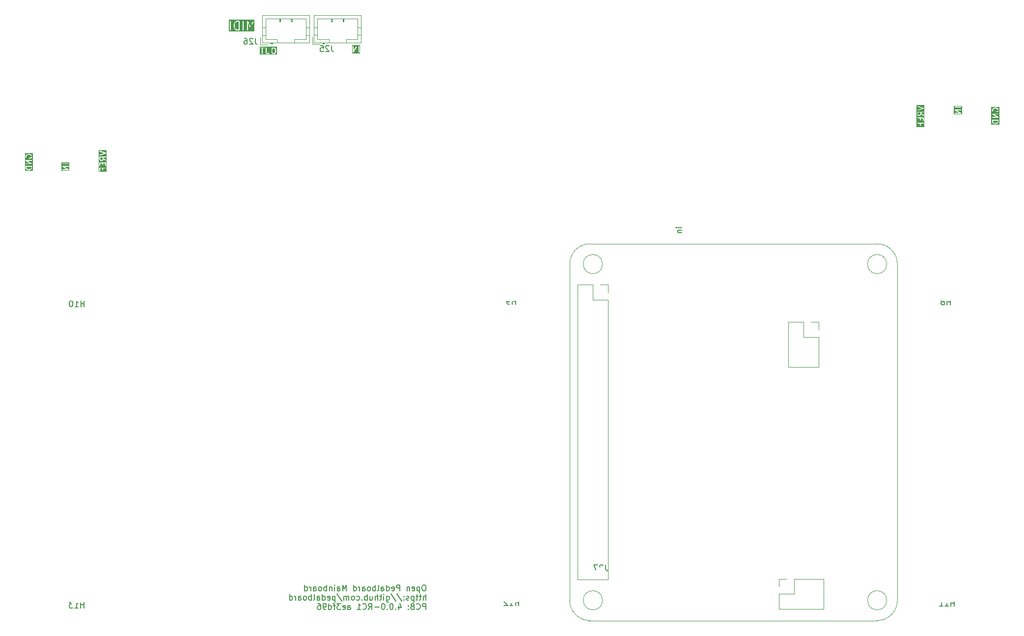
<source format=gbo>
G04 #@! TF.GenerationSoftware,KiCad,Pcbnew,8.0.4+1*
G04 #@! TF.CreationDate,2024-10-14T18:12:04+00:00*
G04 #@! TF.ProjectId,pedalboard-hw,70656461-6c62-46f6-9172-642d68772e6b,4.0.0-RC1*
G04 #@! TF.SameCoordinates,Original*
G04 #@! TF.FileFunction,Legend,Bot*
G04 #@! TF.FilePolarity,Positive*
%FSLAX46Y46*%
G04 Gerber Fmt 4.6, Leading zero omitted, Abs format (unit mm)*
G04 Created by KiCad (PCBNEW 8.0.4+1) date 2024-10-14 18:12:04*
%MOMM*%
%LPD*%
G01*
G04 APERTURE LIST*
%ADD10C,0.150000*%
%ADD11C,0.120000*%
%ADD12C,0.100000*%
%ADD13C,2.700000*%
%ADD14O,1.200000X2.200000*%
%ADD15O,2.200000X1.200000*%
%ADD16C,3.000000*%
%ADD17R,4.400000X1.800000*%
%ADD18O,4.000000X1.800000*%
%ADD19O,1.800000X4.000000*%
%ADD20R,2.600000X2.600000*%
%ADD21C,2.600000*%
%ADD22R,1.700000X1.700000*%
%ADD23O,1.700000X1.700000*%
%ADD24C,0.600000*%
%ADD25R,2.000000X2.000000*%
%ADD26C,2.000000*%
%ADD27C,3.200000*%
%ADD28O,1.700000X1.350000*%
%ADD29O,1.500000X1.100000*%
%ADD30R,1.600000X1.500000*%
%ADD31C,1.600000*%
%ADD32C,6.100000*%
%ADD33C,6.000000*%
%ADD34O,1.200000X1.750000*%
G04 APERTURE END LIST*
D10*
G36*
X22164819Y-46880323D02*
G01*
X22126648Y-46994835D01*
X22052534Y-47068948D01*
X21975547Y-47107442D01*
X21802013Y-47150826D01*
X21677624Y-47150826D01*
X21504090Y-47107442D01*
X21427103Y-47068949D01*
X21352990Y-46994836D01*
X21314819Y-46880322D01*
X21314819Y-46729398D01*
X22164819Y-46729398D01*
X22164819Y-46880323D01*
G37*
G36*
X22425930Y-47411937D02*
G01*
X21053708Y-47411937D01*
X21053708Y-46654398D01*
X21164819Y-46654398D01*
X21164819Y-46892493D01*
X21165548Y-46899898D01*
X21165408Y-46901873D01*
X21165998Y-46904470D01*
X21166260Y-46907125D01*
X21167018Y-46908956D01*
X21168668Y-46916210D01*
X21216287Y-47059067D01*
X21222281Y-47072492D01*
X21224046Y-47074527D01*
X21225078Y-47077018D01*
X21234405Y-47088383D01*
X21329643Y-47183621D01*
X21335393Y-47188341D01*
X21336692Y-47189838D01*
X21338946Y-47191257D01*
X21341008Y-47192949D01*
X21342840Y-47193707D01*
X21349135Y-47197670D01*
X21444373Y-47245289D01*
X21445442Y-47245698D01*
X21445878Y-47246021D01*
X21452014Y-47248213D01*
X21458104Y-47250544D01*
X21458644Y-47250582D01*
X21459724Y-47250968D01*
X21650200Y-47298587D01*
X21652736Y-47298962D01*
X21653758Y-47299385D01*
X21659270Y-47299927D01*
X21664744Y-47300737D01*
X21665836Y-47300574D01*
X21668390Y-47300826D01*
X21811247Y-47300826D01*
X21813800Y-47300574D01*
X21814893Y-47300737D01*
X21820366Y-47299927D01*
X21825879Y-47299385D01*
X21826900Y-47298962D01*
X21829437Y-47298587D01*
X22019913Y-47250968D01*
X22020992Y-47250582D01*
X22021532Y-47250544D01*
X22027613Y-47248216D01*
X22033759Y-47246021D01*
X22034194Y-47245698D01*
X22035264Y-47245289D01*
X22130502Y-47197670D01*
X22136798Y-47193706D01*
X22138628Y-47192949D01*
X22140686Y-47191259D01*
X22142945Y-47189838D01*
X22144244Y-47188339D01*
X22149994Y-47183621D01*
X22245233Y-47088383D01*
X22254561Y-47077018D01*
X22255592Y-47074527D01*
X22257357Y-47072493D01*
X22263351Y-47059067D01*
X22310970Y-46916211D01*
X22312619Y-46908955D01*
X22313378Y-46907125D01*
X22313639Y-46904471D01*
X22314230Y-46901874D01*
X22314089Y-46899899D01*
X22314819Y-46892493D01*
X22314819Y-46654398D01*
X22313378Y-46639766D01*
X22302179Y-46612730D01*
X22281487Y-46592038D01*
X22254451Y-46580839D01*
X22239819Y-46579398D01*
X21239819Y-46579398D01*
X21225187Y-46580839D01*
X21198151Y-46592038D01*
X21177459Y-46612730D01*
X21166260Y-46639766D01*
X21164819Y-46654398D01*
X21053708Y-46654398D01*
X21053708Y-45612018D01*
X21165002Y-45612018D01*
X21166260Y-45616630D01*
X21166260Y-45621411D01*
X21170077Y-45630626D01*
X21172702Y-45640250D01*
X21175629Y-45644030D01*
X21177459Y-45648447D01*
X21184509Y-45655497D01*
X21190619Y-45663387D01*
X21196751Y-45667739D01*
X21198151Y-45669139D01*
X21199525Y-45669708D01*
X21202609Y-45671897D01*
X21957402Y-46103207D01*
X21239819Y-46103207D01*
X21225187Y-46104648D01*
X21198151Y-46115847D01*
X21177459Y-46136539D01*
X21166260Y-46163575D01*
X21166260Y-46192839D01*
X21177459Y-46219875D01*
X21198151Y-46240567D01*
X21225187Y-46251766D01*
X21239819Y-46253207D01*
X22239819Y-46253207D01*
X22243582Y-46252836D01*
X22245058Y-46253024D01*
X22246968Y-46252502D01*
X22254451Y-46251766D01*
X22263666Y-46247948D01*
X22273290Y-46245324D01*
X22277070Y-46242396D01*
X22281487Y-46240567D01*
X22288537Y-46233516D01*
X22296427Y-46227407D01*
X22298800Y-46223253D01*
X22302179Y-46219875D01*
X22305995Y-46210662D01*
X22310946Y-46201998D01*
X22311548Y-46197254D01*
X22313378Y-46192839D01*
X22313378Y-46182864D01*
X22314636Y-46172968D01*
X22313378Y-46168355D01*
X22313378Y-46163575D01*
X22309560Y-46154358D01*
X22306936Y-46144737D01*
X22304009Y-46140957D01*
X22302179Y-46136539D01*
X22295127Y-46129487D01*
X22289019Y-46121599D01*
X22282884Y-46117244D01*
X22281487Y-46115847D01*
X22280114Y-46115278D01*
X22277030Y-46113089D01*
X21522236Y-45681779D01*
X22239819Y-45681779D01*
X22254451Y-45680338D01*
X22281487Y-45669139D01*
X22302179Y-45648447D01*
X22313378Y-45621411D01*
X22313378Y-45592147D01*
X22302179Y-45565111D01*
X22281487Y-45544419D01*
X22254451Y-45533220D01*
X22239819Y-45531779D01*
X21239819Y-45531779D01*
X21236055Y-45532149D01*
X21234580Y-45531962D01*
X21232669Y-45532483D01*
X21225187Y-45533220D01*
X21215971Y-45537037D01*
X21206348Y-45539662D01*
X21202567Y-45542589D01*
X21198151Y-45544419D01*
X21191100Y-45551469D01*
X21183211Y-45557579D01*
X21180837Y-45561732D01*
X21177459Y-45565111D01*
X21173642Y-45574323D01*
X21168692Y-45582988D01*
X21168089Y-45587731D01*
X21166260Y-45592147D01*
X21166260Y-45602121D01*
X21165002Y-45612018D01*
X21053708Y-45612018D01*
X21053708Y-44892493D01*
X21164819Y-44892493D01*
X21164819Y-45035350D01*
X21166260Y-45049982D01*
X21167291Y-45052471D01*
X21167482Y-45055159D01*
X21172737Y-45068891D01*
X21220356Y-45164129D01*
X21228188Y-45176572D01*
X21250296Y-45195745D01*
X21278057Y-45204999D01*
X21307247Y-45202925D01*
X21333422Y-45189837D01*
X21352595Y-45167730D01*
X21361849Y-45139968D01*
X21359775Y-45110778D01*
X21354520Y-45097047D01*
X21314819Y-45017645D01*
X21314819Y-44904663D01*
X21352990Y-44790149D01*
X21427103Y-44716037D01*
X21504090Y-44677543D01*
X21677624Y-44634160D01*
X21802013Y-44634160D01*
X21975547Y-44677543D01*
X22052534Y-44716037D01*
X22126648Y-44790150D01*
X22164819Y-44904663D01*
X22164819Y-44975561D01*
X22126648Y-45090073D01*
X22113514Y-45103207D01*
X21886247Y-45103207D01*
X21886247Y-44987731D01*
X21884806Y-44973099D01*
X21873607Y-44946063D01*
X21852915Y-44925371D01*
X21825879Y-44914172D01*
X21796615Y-44914172D01*
X21769579Y-44925371D01*
X21748887Y-44946063D01*
X21737688Y-44973099D01*
X21736247Y-44987731D01*
X21736247Y-45178207D01*
X21737688Y-45192838D01*
X21737688Y-45192839D01*
X21748887Y-45219875D01*
X21769579Y-45240567D01*
X21796615Y-45251766D01*
X21811247Y-45253207D01*
X22144580Y-45253207D01*
X22159212Y-45251766D01*
X22170410Y-45247127D01*
X22186247Y-45240568D01*
X22197612Y-45231241D01*
X22245232Y-45183622D01*
X22254560Y-45172256D01*
X22255590Y-45169767D01*
X22257357Y-45167731D01*
X22263351Y-45154305D01*
X22310970Y-45011449D01*
X22312619Y-45004193D01*
X22313378Y-45002363D01*
X22313639Y-44999709D01*
X22314230Y-44997112D01*
X22314089Y-44995137D01*
X22314819Y-44987731D01*
X22314819Y-44892493D01*
X22314089Y-44885086D01*
X22314230Y-44883112D01*
X22313639Y-44880514D01*
X22313378Y-44877861D01*
X22312619Y-44876030D01*
X22310970Y-44868775D01*
X22263351Y-44725919D01*
X22257357Y-44712493D01*
X22255592Y-44710458D01*
X22254561Y-44707968D01*
X22245233Y-44696603D01*
X22149994Y-44601365D01*
X22144244Y-44596646D01*
X22142945Y-44595148D01*
X22140686Y-44593726D01*
X22138628Y-44592037D01*
X22136798Y-44591279D01*
X22130502Y-44587316D01*
X22035264Y-44539697D01*
X22034194Y-44539287D01*
X22033759Y-44538965D01*
X22027613Y-44536769D01*
X22021532Y-44534442D01*
X22020992Y-44534403D01*
X22019913Y-44534018D01*
X21829437Y-44486399D01*
X21826900Y-44486023D01*
X21825879Y-44485601D01*
X21820366Y-44485058D01*
X21814893Y-44484249D01*
X21813800Y-44484411D01*
X21811247Y-44484160D01*
X21668390Y-44484160D01*
X21665836Y-44484411D01*
X21664744Y-44484249D01*
X21659270Y-44485058D01*
X21653758Y-44485601D01*
X21652736Y-44486023D01*
X21650200Y-44486399D01*
X21459724Y-44534018D01*
X21458644Y-44534403D01*
X21458104Y-44534442D01*
X21452014Y-44536772D01*
X21445878Y-44538965D01*
X21445442Y-44539287D01*
X21444373Y-44539697D01*
X21349135Y-44587316D01*
X21342840Y-44591278D01*
X21341008Y-44592037D01*
X21338946Y-44593728D01*
X21336692Y-44595148D01*
X21335393Y-44596644D01*
X21329643Y-44601365D01*
X21234405Y-44696603D01*
X21225078Y-44707968D01*
X21224046Y-44710458D01*
X21222281Y-44712494D01*
X21216287Y-44725919D01*
X21168668Y-44868776D01*
X21167018Y-44876029D01*
X21166260Y-44877861D01*
X21165998Y-44880515D01*
X21165408Y-44883113D01*
X21165548Y-44885087D01*
X21164819Y-44892493D01*
X21053708Y-44892493D01*
X21053708Y-44373049D01*
X22425930Y-44373049D01*
X22425930Y-47411937D01*
G37*
G36*
X78869331Y-27135747D02*
G01*
X77449491Y-27135747D01*
X77449491Y-25949819D01*
X77560602Y-25949819D01*
X77560602Y-26949819D01*
X77560972Y-26953582D01*
X77560785Y-26955058D01*
X77561306Y-26956968D01*
X77562043Y-26964451D01*
X77565860Y-26973666D01*
X77568485Y-26983290D01*
X77571412Y-26987070D01*
X77573242Y-26991487D01*
X77580292Y-26998537D01*
X77586402Y-27006427D01*
X77590555Y-27008800D01*
X77593934Y-27012179D01*
X77603146Y-27015995D01*
X77611811Y-27020946D01*
X77616554Y-27021548D01*
X77620970Y-27023378D01*
X77630944Y-27023378D01*
X77640841Y-27024636D01*
X77645453Y-27023378D01*
X77650234Y-27023378D01*
X77659449Y-27019560D01*
X77669073Y-27016936D01*
X77672853Y-27014008D01*
X77677270Y-27012179D01*
X77684320Y-27005128D01*
X77692210Y-26999019D01*
X77696562Y-26992886D01*
X77697962Y-26991487D01*
X77698531Y-26990112D01*
X77700720Y-26987029D01*
X78132030Y-26232235D01*
X78132030Y-26949819D01*
X78133471Y-26964451D01*
X78144670Y-26991487D01*
X78165362Y-27012179D01*
X78192398Y-27023378D01*
X78221662Y-27023378D01*
X78248698Y-27012179D01*
X78269390Y-26991487D01*
X78280589Y-26964451D01*
X78282030Y-26949819D01*
X78282030Y-25949819D01*
X78608220Y-25949819D01*
X78608220Y-26949819D01*
X78609661Y-26964451D01*
X78620860Y-26991487D01*
X78641552Y-27012179D01*
X78668588Y-27023378D01*
X78697852Y-27023378D01*
X78724888Y-27012179D01*
X78745580Y-26991487D01*
X78756779Y-26964451D01*
X78758220Y-26949819D01*
X78758220Y-25949819D01*
X78756779Y-25935187D01*
X78745580Y-25908151D01*
X78724888Y-25887459D01*
X78697852Y-25876260D01*
X78668588Y-25876260D01*
X78641552Y-25887459D01*
X78620860Y-25908151D01*
X78609661Y-25935187D01*
X78608220Y-25949819D01*
X78282030Y-25949819D01*
X78281659Y-25946055D01*
X78281847Y-25944580D01*
X78281325Y-25942669D01*
X78280589Y-25935187D01*
X78276771Y-25925971D01*
X78274147Y-25916348D01*
X78271219Y-25912567D01*
X78269390Y-25908151D01*
X78262339Y-25901100D01*
X78256230Y-25893211D01*
X78252076Y-25890837D01*
X78248698Y-25887459D01*
X78239485Y-25883642D01*
X78230821Y-25878692D01*
X78226077Y-25878089D01*
X78221662Y-25876260D01*
X78211688Y-25876260D01*
X78201791Y-25875002D01*
X78197179Y-25876260D01*
X78192398Y-25876260D01*
X78183181Y-25880077D01*
X78173560Y-25882702D01*
X78169780Y-25885628D01*
X78165362Y-25887459D01*
X78158310Y-25894510D01*
X78150422Y-25900619D01*
X78146067Y-25906753D01*
X78144670Y-25908151D01*
X78144101Y-25909523D01*
X78141912Y-25912608D01*
X77710602Y-26667402D01*
X77710602Y-25949819D01*
X77709161Y-25935187D01*
X77697962Y-25908151D01*
X77677270Y-25887459D01*
X77650234Y-25876260D01*
X77620970Y-25876260D01*
X77593934Y-25887459D01*
X77573242Y-25908151D01*
X77562043Y-25935187D01*
X77560602Y-25949819D01*
X77449491Y-25949819D01*
X77449491Y-25763891D01*
X78869331Y-25763891D01*
X78869331Y-27135747D01*
G37*
G36*
X188784819Y-38900323D02*
G01*
X188746648Y-39014835D01*
X188672534Y-39088948D01*
X188595547Y-39127442D01*
X188422013Y-39170826D01*
X188297624Y-39170826D01*
X188124090Y-39127442D01*
X188047103Y-39088949D01*
X187972990Y-39014836D01*
X187934819Y-38900322D01*
X187934819Y-38749398D01*
X188784819Y-38749398D01*
X188784819Y-38900323D01*
G37*
G36*
X189045930Y-39431937D02*
G01*
X187673708Y-39431937D01*
X187673708Y-38674398D01*
X187784819Y-38674398D01*
X187784819Y-38912493D01*
X187785548Y-38919898D01*
X187785408Y-38921873D01*
X187785998Y-38924470D01*
X187786260Y-38927125D01*
X187787018Y-38928956D01*
X187788668Y-38936210D01*
X187836287Y-39079067D01*
X187842281Y-39092492D01*
X187844046Y-39094527D01*
X187845078Y-39097018D01*
X187854405Y-39108383D01*
X187949643Y-39203621D01*
X187955393Y-39208341D01*
X187956692Y-39209838D01*
X187958946Y-39211257D01*
X187961008Y-39212949D01*
X187962840Y-39213707D01*
X187969135Y-39217670D01*
X188064373Y-39265289D01*
X188065442Y-39265698D01*
X188065878Y-39266021D01*
X188072014Y-39268213D01*
X188078104Y-39270544D01*
X188078644Y-39270582D01*
X188079724Y-39270968D01*
X188270200Y-39318587D01*
X188272736Y-39318962D01*
X188273758Y-39319385D01*
X188279270Y-39319927D01*
X188284744Y-39320737D01*
X188285836Y-39320574D01*
X188288390Y-39320826D01*
X188431247Y-39320826D01*
X188433800Y-39320574D01*
X188434893Y-39320737D01*
X188440366Y-39319927D01*
X188445879Y-39319385D01*
X188446900Y-39318962D01*
X188449437Y-39318587D01*
X188639913Y-39270968D01*
X188640992Y-39270582D01*
X188641532Y-39270544D01*
X188647613Y-39268216D01*
X188653759Y-39266021D01*
X188654194Y-39265698D01*
X188655264Y-39265289D01*
X188750502Y-39217670D01*
X188756798Y-39213706D01*
X188758628Y-39212949D01*
X188760686Y-39211259D01*
X188762945Y-39209838D01*
X188764244Y-39208339D01*
X188769994Y-39203621D01*
X188865233Y-39108383D01*
X188874561Y-39097018D01*
X188875592Y-39094527D01*
X188877357Y-39092493D01*
X188883351Y-39079067D01*
X188930970Y-38936211D01*
X188932619Y-38928955D01*
X188933378Y-38927125D01*
X188933639Y-38924471D01*
X188934230Y-38921874D01*
X188934089Y-38919899D01*
X188934819Y-38912493D01*
X188934819Y-38674398D01*
X188933378Y-38659766D01*
X188922179Y-38632730D01*
X188901487Y-38612038D01*
X188874451Y-38600839D01*
X188859819Y-38599398D01*
X187859819Y-38599398D01*
X187845187Y-38600839D01*
X187818151Y-38612038D01*
X187797459Y-38632730D01*
X187786260Y-38659766D01*
X187784819Y-38674398D01*
X187673708Y-38674398D01*
X187673708Y-37632018D01*
X187785002Y-37632018D01*
X187786260Y-37636630D01*
X187786260Y-37641411D01*
X187790077Y-37650626D01*
X187792702Y-37660250D01*
X187795629Y-37664030D01*
X187797459Y-37668447D01*
X187804509Y-37675497D01*
X187810619Y-37683387D01*
X187816751Y-37687739D01*
X187818151Y-37689139D01*
X187819525Y-37689708D01*
X187822609Y-37691897D01*
X188577402Y-38123207D01*
X187859819Y-38123207D01*
X187845187Y-38124648D01*
X187818151Y-38135847D01*
X187797459Y-38156539D01*
X187786260Y-38183575D01*
X187786260Y-38212839D01*
X187797459Y-38239875D01*
X187818151Y-38260567D01*
X187845187Y-38271766D01*
X187859819Y-38273207D01*
X188859819Y-38273207D01*
X188863582Y-38272836D01*
X188865058Y-38273024D01*
X188866968Y-38272502D01*
X188874451Y-38271766D01*
X188883666Y-38267948D01*
X188893290Y-38265324D01*
X188897070Y-38262396D01*
X188901487Y-38260567D01*
X188908537Y-38253516D01*
X188916427Y-38247407D01*
X188918800Y-38243253D01*
X188922179Y-38239875D01*
X188925995Y-38230662D01*
X188930946Y-38221998D01*
X188931548Y-38217254D01*
X188933378Y-38212839D01*
X188933378Y-38202864D01*
X188934636Y-38192968D01*
X188933378Y-38188355D01*
X188933378Y-38183575D01*
X188929560Y-38174358D01*
X188926936Y-38164737D01*
X188924009Y-38160957D01*
X188922179Y-38156539D01*
X188915127Y-38149487D01*
X188909019Y-38141599D01*
X188902884Y-38137244D01*
X188901487Y-38135847D01*
X188900114Y-38135278D01*
X188897030Y-38133089D01*
X188142236Y-37701779D01*
X188859819Y-37701779D01*
X188874451Y-37700338D01*
X188901487Y-37689139D01*
X188922179Y-37668447D01*
X188933378Y-37641411D01*
X188933378Y-37612147D01*
X188922179Y-37585111D01*
X188901487Y-37564419D01*
X188874451Y-37553220D01*
X188859819Y-37551779D01*
X187859819Y-37551779D01*
X187856055Y-37552149D01*
X187854580Y-37551962D01*
X187852669Y-37552483D01*
X187845187Y-37553220D01*
X187835971Y-37557037D01*
X187826348Y-37559662D01*
X187822567Y-37562589D01*
X187818151Y-37564419D01*
X187811100Y-37571469D01*
X187803211Y-37577579D01*
X187800837Y-37581732D01*
X187797459Y-37585111D01*
X187793642Y-37594323D01*
X187788692Y-37602988D01*
X187788089Y-37607731D01*
X187786260Y-37612147D01*
X187786260Y-37622121D01*
X187785002Y-37632018D01*
X187673708Y-37632018D01*
X187673708Y-36912493D01*
X187784819Y-36912493D01*
X187784819Y-37055350D01*
X187786260Y-37069982D01*
X187787291Y-37072471D01*
X187787482Y-37075159D01*
X187792737Y-37088891D01*
X187840356Y-37184129D01*
X187848188Y-37196572D01*
X187870296Y-37215745D01*
X187898057Y-37224999D01*
X187927247Y-37222925D01*
X187953422Y-37209837D01*
X187972595Y-37187730D01*
X187981849Y-37159968D01*
X187979775Y-37130778D01*
X187974520Y-37117047D01*
X187934819Y-37037645D01*
X187934819Y-36924663D01*
X187972990Y-36810149D01*
X188047103Y-36736037D01*
X188124090Y-36697543D01*
X188297624Y-36654160D01*
X188422013Y-36654160D01*
X188595547Y-36697543D01*
X188672534Y-36736037D01*
X188746648Y-36810150D01*
X188784819Y-36924663D01*
X188784819Y-36995561D01*
X188746648Y-37110073D01*
X188733514Y-37123207D01*
X188506247Y-37123207D01*
X188506247Y-37007731D01*
X188504806Y-36993099D01*
X188493607Y-36966063D01*
X188472915Y-36945371D01*
X188445879Y-36934172D01*
X188416615Y-36934172D01*
X188389579Y-36945371D01*
X188368887Y-36966063D01*
X188357688Y-36993099D01*
X188356247Y-37007731D01*
X188356247Y-37198207D01*
X188357688Y-37212838D01*
X188357688Y-37212839D01*
X188368887Y-37239875D01*
X188389579Y-37260567D01*
X188416615Y-37271766D01*
X188431247Y-37273207D01*
X188764580Y-37273207D01*
X188779212Y-37271766D01*
X188790410Y-37267127D01*
X188806247Y-37260568D01*
X188817612Y-37251241D01*
X188865232Y-37203622D01*
X188874560Y-37192256D01*
X188875590Y-37189767D01*
X188877357Y-37187731D01*
X188883351Y-37174305D01*
X188930970Y-37031449D01*
X188932619Y-37024193D01*
X188933378Y-37022363D01*
X188933639Y-37019709D01*
X188934230Y-37017112D01*
X188934089Y-37015137D01*
X188934819Y-37007731D01*
X188934819Y-36912493D01*
X188934089Y-36905086D01*
X188934230Y-36903112D01*
X188933639Y-36900514D01*
X188933378Y-36897861D01*
X188932619Y-36896030D01*
X188930970Y-36888775D01*
X188883351Y-36745919D01*
X188877357Y-36732493D01*
X188875592Y-36730458D01*
X188874561Y-36727968D01*
X188865233Y-36716603D01*
X188769994Y-36621365D01*
X188764244Y-36616646D01*
X188762945Y-36615148D01*
X188760686Y-36613726D01*
X188758628Y-36612037D01*
X188756798Y-36611279D01*
X188750502Y-36607316D01*
X188655264Y-36559697D01*
X188654194Y-36559287D01*
X188653759Y-36558965D01*
X188647613Y-36556769D01*
X188641532Y-36554442D01*
X188640992Y-36554403D01*
X188639913Y-36554018D01*
X188449437Y-36506399D01*
X188446900Y-36506023D01*
X188445879Y-36505601D01*
X188440366Y-36505058D01*
X188434893Y-36504249D01*
X188433800Y-36504411D01*
X188431247Y-36504160D01*
X188288390Y-36504160D01*
X188285836Y-36504411D01*
X188284744Y-36504249D01*
X188279270Y-36505058D01*
X188273758Y-36505601D01*
X188272736Y-36506023D01*
X188270200Y-36506399D01*
X188079724Y-36554018D01*
X188078644Y-36554403D01*
X188078104Y-36554442D01*
X188072014Y-36556772D01*
X188065878Y-36558965D01*
X188065442Y-36559287D01*
X188064373Y-36559697D01*
X187969135Y-36607316D01*
X187962840Y-36611278D01*
X187961008Y-36612037D01*
X187958946Y-36613728D01*
X187956692Y-36615148D01*
X187955393Y-36616644D01*
X187949643Y-36621365D01*
X187854405Y-36716603D01*
X187845078Y-36727968D01*
X187844046Y-36730458D01*
X187842281Y-36732494D01*
X187836287Y-36745919D01*
X187788668Y-36888776D01*
X187787018Y-36896029D01*
X187786260Y-36897861D01*
X187785998Y-36900515D01*
X187785408Y-36903113D01*
X187785548Y-36905087D01*
X187784819Y-36912493D01*
X187673708Y-36912493D01*
X187673708Y-36393049D01*
X189045930Y-36393049D01*
X189045930Y-39431937D01*
G37*
X89972744Y-118849931D02*
X89782268Y-118849931D01*
X89782268Y-118849931D02*
X89687030Y-118897550D01*
X89687030Y-118897550D02*
X89591792Y-118992788D01*
X89591792Y-118992788D02*
X89544173Y-119183264D01*
X89544173Y-119183264D02*
X89544173Y-119516597D01*
X89544173Y-119516597D02*
X89591792Y-119707073D01*
X89591792Y-119707073D02*
X89687030Y-119802312D01*
X89687030Y-119802312D02*
X89782268Y-119849931D01*
X89782268Y-119849931D02*
X89972744Y-119849931D01*
X89972744Y-119849931D02*
X90067982Y-119802312D01*
X90067982Y-119802312D02*
X90163220Y-119707073D01*
X90163220Y-119707073D02*
X90210839Y-119516597D01*
X90210839Y-119516597D02*
X90210839Y-119183264D01*
X90210839Y-119183264D02*
X90163220Y-118992788D01*
X90163220Y-118992788D02*
X90067982Y-118897550D01*
X90067982Y-118897550D02*
X89972744Y-118849931D01*
X89115601Y-119183264D02*
X89115601Y-120183264D01*
X89115601Y-119230883D02*
X89020363Y-119183264D01*
X89020363Y-119183264D02*
X88829887Y-119183264D01*
X88829887Y-119183264D02*
X88734649Y-119230883D01*
X88734649Y-119230883D02*
X88687030Y-119278502D01*
X88687030Y-119278502D02*
X88639411Y-119373740D01*
X88639411Y-119373740D02*
X88639411Y-119659454D01*
X88639411Y-119659454D02*
X88687030Y-119754692D01*
X88687030Y-119754692D02*
X88734649Y-119802312D01*
X88734649Y-119802312D02*
X88829887Y-119849931D01*
X88829887Y-119849931D02*
X89020363Y-119849931D01*
X89020363Y-119849931D02*
X89115601Y-119802312D01*
X87829887Y-119802312D02*
X87925125Y-119849931D01*
X87925125Y-119849931D02*
X88115601Y-119849931D01*
X88115601Y-119849931D02*
X88210839Y-119802312D01*
X88210839Y-119802312D02*
X88258458Y-119707073D01*
X88258458Y-119707073D02*
X88258458Y-119326121D01*
X88258458Y-119326121D02*
X88210839Y-119230883D01*
X88210839Y-119230883D02*
X88115601Y-119183264D01*
X88115601Y-119183264D02*
X87925125Y-119183264D01*
X87925125Y-119183264D02*
X87829887Y-119230883D01*
X87829887Y-119230883D02*
X87782268Y-119326121D01*
X87782268Y-119326121D02*
X87782268Y-119421359D01*
X87782268Y-119421359D02*
X88258458Y-119516597D01*
X87353696Y-119183264D02*
X87353696Y-119849931D01*
X87353696Y-119278502D02*
X87306077Y-119230883D01*
X87306077Y-119230883D02*
X87210839Y-119183264D01*
X87210839Y-119183264D02*
X87067982Y-119183264D01*
X87067982Y-119183264D02*
X86972744Y-119230883D01*
X86972744Y-119230883D02*
X86925125Y-119326121D01*
X86925125Y-119326121D02*
X86925125Y-119849931D01*
X85687029Y-119849931D02*
X85687029Y-118849931D01*
X85687029Y-118849931D02*
X85306077Y-118849931D01*
X85306077Y-118849931D02*
X85210839Y-118897550D01*
X85210839Y-118897550D02*
X85163220Y-118945169D01*
X85163220Y-118945169D02*
X85115601Y-119040407D01*
X85115601Y-119040407D02*
X85115601Y-119183264D01*
X85115601Y-119183264D02*
X85163220Y-119278502D01*
X85163220Y-119278502D02*
X85210839Y-119326121D01*
X85210839Y-119326121D02*
X85306077Y-119373740D01*
X85306077Y-119373740D02*
X85687029Y-119373740D01*
X84306077Y-119802312D02*
X84401315Y-119849931D01*
X84401315Y-119849931D02*
X84591791Y-119849931D01*
X84591791Y-119849931D02*
X84687029Y-119802312D01*
X84687029Y-119802312D02*
X84734648Y-119707073D01*
X84734648Y-119707073D02*
X84734648Y-119326121D01*
X84734648Y-119326121D02*
X84687029Y-119230883D01*
X84687029Y-119230883D02*
X84591791Y-119183264D01*
X84591791Y-119183264D02*
X84401315Y-119183264D01*
X84401315Y-119183264D02*
X84306077Y-119230883D01*
X84306077Y-119230883D02*
X84258458Y-119326121D01*
X84258458Y-119326121D02*
X84258458Y-119421359D01*
X84258458Y-119421359D02*
X84734648Y-119516597D01*
X83401315Y-119849931D02*
X83401315Y-118849931D01*
X83401315Y-119802312D02*
X83496553Y-119849931D01*
X83496553Y-119849931D02*
X83687029Y-119849931D01*
X83687029Y-119849931D02*
X83782267Y-119802312D01*
X83782267Y-119802312D02*
X83829886Y-119754692D01*
X83829886Y-119754692D02*
X83877505Y-119659454D01*
X83877505Y-119659454D02*
X83877505Y-119373740D01*
X83877505Y-119373740D02*
X83829886Y-119278502D01*
X83829886Y-119278502D02*
X83782267Y-119230883D01*
X83782267Y-119230883D02*
X83687029Y-119183264D01*
X83687029Y-119183264D02*
X83496553Y-119183264D01*
X83496553Y-119183264D02*
X83401315Y-119230883D01*
X82496553Y-119849931D02*
X82496553Y-119326121D01*
X82496553Y-119326121D02*
X82544172Y-119230883D01*
X82544172Y-119230883D02*
X82639410Y-119183264D01*
X82639410Y-119183264D02*
X82829886Y-119183264D01*
X82829886Y-119183264D02*
X82925124Y-119230883D01*
X82496553Y-119802312D02*
X82591791Y-119849931D01*
X82591791Y-119849931D02*
X82829886Y-119849931D01*
X82829886Y-119849931D02*
X82925124Y-119802312D01*
X82925124Y-119802312D02*
X82972743Y-119707073D01*
X82972743Y-119707073D02*
X82972743Y-119611835D01*
X82972743Y-119611835D02*
X82925124Y-119516597D01*
X82925124Y-119516597D02*
X82829886Y-119468978D01*
X82829886Y-119468978D02*
X82591791Y-119468978D01*
X82591791Y-119468978D02*
X82496553Y-119421359D01*
X81877505Y-119849931D02*
X81972743Y-119802312D01*
X81972743Y-119802312D02*
X82020362Y-119707073D01*
X82020362Y-119707073D02*
X82020362Y-118849931D01*
X81496552Y-119849931D02*
X81496552Y-118849931D01*
X81496552Y-119230883D02*
X81401314Y-119183264D01*
X81401314Y-119183264D02*
X81210838Y-119183264D01*
X81210838Y-119183264D02*
X81115600Y-119230883D01*
X81115600Y-119230883D02*
X81067981Y-119278502D01*
X81067981Y-119278502D02*
X81020362Y-119373740D01*
X81020362Y-119373740D02*
X81020362Y-119659454D01*
X81020362Y-119659454D02*
X81067981Y-119754692D01*
X81067981Y-119754692D02*
X81115600Y-119802312D01*
X81115600Y-119802312D02*
X81210838Y-119849931D01*
X81210838Y-119849931D02*
X81401314Y-119849931D01*
X81401314Y-119849931D02*
X81496552Y-119802312D01*
X80448933Y-119849931D02*
X80544171Y-119802312D01*
X80544171Y-119802312D02*
X80591790Y-119754692D01*
X80591790Y-119754692D02*
X80639409Y-119659454D01*
X80639409Y-119659454D02*
X80639409Y-119373740D01*
X80639409Y-119373740D02*
X80591790Y-119278502D01*
X80591790Y-119278502D02*
X80544171Y-119230883D01*
X80544171Y-119230883D02*
X80448933Y-119183264D01*
X80448933Y-119183264D02*
X80306076Y-119183264D01*
X80306076Y-119183264D02*
X80210838Y-119230883D01*
X80210838Y-119230883D02*
X80163219Y-119278502D01*
X80163219Y-119278502D02*
X80115600Y-119373740D01*
X80115600Y-119373740D02*
X80115600Y-119659454D01*
X80115600Y-119659454D02*
X80163219Y-119754692D01*
X80163219Y-119754692D02*
X80210838Y-119802312D01*
X80210838Y-119802312D02*
X80306076Y-119849931D01*
X80306076Y-119849931D02*
X80448933Y-119849931D01*
X79258457Y-119849931D02*
X79258457Y-119326121D01*
X79258457Y-119326121D02*
X79306076Y-119230883D01*
X79306076Y-119230883D02*
X79401314Y-119183264D01*
X79401314Y-119183264D02*
X79591790Y-119183264D01*
X79591790Y-119183264D02*
X79687028Y-119230883D01*
X79258457Y-119802312D02*
X79353695Y-119849931D01*
X79353695Y-119849931D02*
X79591790Y-119849931D01*
X79591790Y-119849931D02*
X79687028Y-119802312D01*
X79687028Y-119802312D02*
X79734647Y-119707073D01*
X79734647Y-119707073D02*
X79734647Y-119611835D01*
X79734647Y-119611835D02*
X79687028Y-119516597D01*
X79687028Y-119516597D02*
X79591790Y-119468978D01*
X79591790Y-119468978D02*
X79353695Y-119468978D01*
X79353695Y-119468978D02*
X79258457Y-119421359D01*
X78782266Y-119849931D02*
X78782266Y-119183264D01*
X78782266Y-119373740D02*
X78734647Y-119278502D01*
X78734647Y-119278502D02*
X78687028Y-119230883D01*
X78687028Y-119230883D02*
X78591790Y-119183264D01*
X78591790Y-119183264D02*
X78496552Y-119183264D01*
X77734647Y-119849931D02*
X77734647Y-118849931D01*
X77734647Y-119802312D02*
X77829885Y-119849931D01*
X77829885Y-119849931D02*
X78020361Y-119849931D01*
X78020361Y-119849931D02*
X78115599Y-119802312D01*
X78115599Y-119802312D02*
X78163218Y-119754692D01*
X78163218Y-119754692D02*
X78210837Y-119659454D01*
X78210837Y-119659454D02*
X78210837Y-119373740D01*
X78210837Y-119373740D02*
X78163218Y-119278502D01*
X78163218Y-119278502D02*
X78115599Y-119230883D01*
X78115599Y-119230883D02*
X78020361Y-119183264D01*
X78020361Y-119183264D02*
X77829885Y-119183264D01*
X77829885Y-119183264D02*
X77734647Y-119230883D01*
X76496551Y-119849931D02*
X76496551Y-118849931D01*
X76496551Y-118849931D02*
X76163218Y-119564216D01*
X76163218Y-119564216D02*
X75829885Y-118849931D01*
X75829885Y-118849931D02*
X75829885Y-119849931D01*
X74925123Y-119849931D02*
X74925123Y-119326121D01*
X74925123Y-119326121D02*
X74972742Y-119230883D01*
X74972742Y-119230883D02*
X75067980Y-119183264D01*
X75067980Y-119183264D02*
X75258456Y-119183264D01*
X75258456Y-119183264D02*
X75353694Y-119230883D01*
X74925123Y-119802312D02*
X75020361Y-119849931D01*
X75020361Y-119849931D02*
X75258456Y-119849931D01*
X75258456Y-119849931D02*
X75353694Y-119802312D01*
X75353694Y-119802312D02*
X75401313Y-119707073D01*
X75401313Y-119707073D02*
X75401313Y-119611835D01*
X75401313Y-119611835D02*
X75353694Y-119516597D01*
X75353694Y-119516597D02*
X75258456Y-119468978D01*
X75258456Y-119468978D02*
X75020361Y-119468978D01*
X75020361Y-119468978D02*
X74925123Y-119421359D01*
X74448932Y-119849931D02*
X74448932Y-119183264D01*
X74448932Y-118849931D02*
X74496551Y-118897550D01*
X74496551Y-118897550D02*
X74448932Y-118945169D01*
X74448932Y-118945169D02*
X74401313Y-118897550D01*
X74401313Y-118897550D02*
X74448932Y-118849931D01*
X74448932Y-118849931D02*
X74448932Y-118945169D01*
X73972742Y-119183264D02*
X73972742Y-119849931D01*
X73972742Y-119278502D02*
X73925123Y-119230883D01*
X73925123Y-119230883D02*
X73829885Y-119183264D01*
X73829885Y-119183264D02*
X73687028Y-119183264D01*
X73687028Y-119183264D02*
X73591790Y-119230883D01*
X73591790Y-119230883D02*
X73544171Y-119326121D01*
X73544171Y-119326121D02*
X73544171Y-119849931D01*
X73067980Y-119849931D02*
X73067980Y-118849931D01*
X73067980Y-119230883D02*
X72972742Y-119183264D01*
X72972742Y-119183264D02*
X72782266Y-119183264D01*
X72782266Y-119183264D02*
X72687028Y-119230883D01*
X72687028Y-119230883D02*
X72639409Y-119278502D01*
X72639409Y-119278502D02*
X72591790Y-119373740D01*
X72591790Y-119373740D02*
X72591790Y-119659454D01*
X72591790Y-119659454D02*
X72639409Y-119754692D01*
X72639409Y-119754692D02*
X72687028Y-119802312D01*
X72687028Y-119802312D02*
X72782266Y-119849931D01*
X72782266Y-119849931D02*
X72972742Y-119849931D01*
X72972742Y-119849931D02*
X73067980Y-119802312D01*
X72020361Y-119849931D02*
X72115599Y-119802312D01*
X72115599Y-119802312D02*
X72163218Y-119754692D01*
X72163218Y-119754692D02*
X72210837Y-119659454D01*
X72210837Y-119659454D02*
X72210837Y-119373740D01*
X72210837Y-119373740D02*
X72163218Y-119278502D01*
X72163218Y-119278502D02*
X72115599Y-119230883D01*
X72115599Y-119230883D02*
X72020361Y-119183264D01*
X72020361Y-119183264D02*
X71877504Y-119183264D01*
X71877504Y-119183264D02*
X71782266Y-119230883D01*
X71782266Y-119230883D02*
X71734647Y-119278502D01*
X71734647Y-119278502D02*
X71687028Y-119373740D01*
X71687028Y-119373740D02*
X71687028Y-119659454D01*
X71687028Y-119659454D02*
X71734647Y-119754692D01*
X71734647Y-119754692D02*
X71782266Y-119802312D01*
X71782266Y-119802312D02*
X71877504Y-119849931D01*
X71877504Y-119849931D02*
X72020361Y-119849931D01*
X70829885Y-119849931D02*
X70829885Y-119326121D01*
X70829885Y-119326121D02*
X70877504Y-119230883D01*
X70877504Y-119230883D02*
X70972742Y-119183264D01*
X70972742Y-119183264D02*
X71163218Y-119183264D01*
X71163218Y-119183264D02*
X71258456Y-119230883D01*
X70829885Y-119802312D02*
X70925123Y-119849931D01*
X70925123Y-119849931D02*
X71163218Y-119849931D01*
X71163218Y-119849931D02*
X71258456Y-119802312D01*
X71258456Y-119802312D02*
X71306075Y-119707073D01*
X71306075Y-119707073D02*
X71306075Y-119611835D01*
X71306075Y-119611835D02*
X71258456Y-119516597D01*
X71258456Y-119516597D02*
X71163218Y-119468978D01*
X71163218Y-119468978D02*
X70925123Y-119468978D01*
X70925123Y-119468978D02*
X70829885Y-119421359D01*
X70353694Y-119849931D02*
X70353694Y-119183264D01*
X70353694Y-119373740D02*
X70306075Y-119278502D01*
X70306075Y-119278502D02*
X70258456Y-119230883D01*
X70258456Y-119230883D02*
X70163218Y-119183264D01*
X70163218Y-119183264D02*
X70067980Y-119183264D01*
X69306075Y-119849931D02*
X69306075Y-118849931D01*
X69306075Y-119802312D02*
X69401313Y-119849931D01*
X69401313Y-119849931D02*
X69591789Y-119849931D01*
X69591789Y-119849931D02*
X69687027Y-119802312D01*
X69687027Y-119802312D02*
X69734646Y-119754692D01*
X69734646Y-119754692D02*
X69782265Y-119659454D01*
X69782265Y-119659454D02*
X69782265Y-119373740D01*
X69782265Y-119373740D02*
X69734646Y-119278502D01*
X69734646Y-119278502D02*
X69687027Y-119230883D01*
X69687027Y-119230883D02*
X69591789Y-119183264D01*
X69591789Y-119183264D02*
X69401313Y-119183264D01*
X69401313Y-119183264D02*
X69306075Y-119230883D01*
X90163220Y-121459875D02*
X90163220Y-120459875D01*
X89734649Y-121459875D02*
X89734649Y-120936065D01*
X89734649Y-120936065D02*
X89782268Y-120840827D01*
X89782268Y-120840827D02*
X89877506Y-120793208D01*
X89877506Y-120793208D02*
X90020363Y-120793208D01*
X90020363Y-120793208D02*
X90115601Y-120840827D01*
X90115601Y-120840827D02*
X90163220Y-120888446D01*
X89401315Y-120793208D02*
X89020363Y-120793208D01*
X89258458Y-120459875D02*
X89258458Y-121317017D01*
X89258458Y-121317017D02*
X89210839Y-121412256D01*
X89210839Y-121412256D02*
X89115601Y-121459875D01*
X89115601Y-121459875D02*
X89020363Y-121459875D01*
X88829886Y-120793208D02*
X88448934Y-120793208D01*
X88687029Y-120459875D02*
X88687029Y-121317017D01*
X88687029Y-121317017D02*
X88639410Y-121412256D01*
X88639410Y-121412256D02*
X88544172Y-121459875D01*
X88544172Y-121459875D02*
X88448934Y-121459875D01*
X88115600Y-120793208D02*
X88115600Y-121793208D01*
X88115600Y-120840827D02*
X88020362Y-120793208D01*
X88020362Y-120793208D02*
X87829886Y-120793208D01*
X87829886Y-120793208D02*
X87734648Y-120840827D01*
X87734648Y-120840827D02*
X87687029Y-120888446D01*
X87687029Y-120888446D02*
X87639410Y-120983684D01*
X87639410Y-120983684D02*
X87639410Y-121269398D01*
X87639410Y-121269398D02*
X87687029Y-121364636D01*
X87687029Y-121364636D02*
X87734648Y-121412256D01*
X87734648Y-121412256D02*
X87829886Y-121459875D01*
X87829886Y-121459875D02*
X88020362Y-121459875D01*
X88020362Y-121459875D02*
X88115600Y-121412256D01*
X87258457Y-121412256D02*
X87163219Y-121459875D01*
X87163219Y-121459875D02*
X86972743Y-121459875D01*
X86972743Y-121459875D02*
X86877505Y-121412256D01*
X86877505Y-121412256D02*
X86829886Y-121317017D01*
X86829886Y-121317017D02*
X86829886Y-121269398D01*
X86829886Y-121269398D02*
X86877505Y-121174160D01*
X86877505Y-121174160D02*
X86972743Y-121126541D01*
X86972743Y-121126541D02*
X87115600Y-121126541D01*
X87115600Y-121126541D02*
X87210838Y-121078922D01*
X87210838Y-121078922D02*
X87258457Y-120983684D01*
X87258457Y-120983684D02*
X87258457Y-120936065D01*
X87258457Y-120936065D02*
X87210838Y-120840827D01*
X87210838Y-120840827D02*
X87115600Y-120793208D01*
X87115600Y-120793208D02*
X86972743Y-120793208D01*
X86972743Y-120793208D02*
X86877505Y-120840827D01*
X86401314Y-121364636D02*
X86353695Y-121412256D01*
X86353695Y-121412256D02*
X86401314Y-121459875D01*
X86401314Y-121459875D02*
X86448933Y-121412256D01*
X86448933Y-121412256D02*
X86401314Y-121364636D01*
X86401314Y-121364636D02*
X86401314Y-121459875D01*
X86401314Y-120840827D02*
X86353695Y-120888446D01*
X86353695Y-120888446D02*
X86401314Y-120936065D01*
X86401314Y-120936065D02*
X86448933Y-120888446D01*
X86448933Y-120888446D02*
X86401314Y-120840827D01*
X86401314Y-120840827D02*
X86401314Y-120936065D01*
X85210839Y-120412256D02*
X86067981Y-121697970D01*
X84163220Y-120412256D02*
X85020362Y-121697970D01*
X83401315Y-120793208D02*
X83401315Y-121602732D01*
X83401315Y-121602732D02*
X83448934Y-121697970D01*
X83448934Y-121697970D02*
X83496553Y-121745589D01*
X83496553Y-121745589D02*
X83591791Y-121793208D01*
X83591791Y-121793208D02*
X83734648Y-121793208D01*
X83734648Y-121793208D02*
X83829886Y-121745589D01*
X83401315Y-121412256D02*
X83496553Y-121459875D01*
X83496553Y-121459875D02*
X83687029Y-121459875D01*
X83687029Y-121459875D02*
X83782267Y-121412256D01*
X83782267Y-121412256D02*
X83829886Y-121364636D01*
X83829886Y-121364636D02*
X83877505Y-121269398D01*
X83877505Y-121269398D02*
X83877505Y-120983684D01*
X83877505Y-120983684D02*
X83829886Y-120888446D01*
X83829886Y-120888446D02*
X83782267Y-120840827D01*
X83782267Y-120840827D02*
X83687029Y-120793208D01*
X83687029Y-120793208D02*
X83496553Y-120793208D01*
X83496553Y-120793208D02*
X83401315Y-120840827D01*
X82925124Y-121459875D02*
X82925124Y-120793208D01*
X82925124Y-120459875D02*
X82972743Y-120507494D01*
X82972743Y-120507494D02*
X82925124Y-120555113D01*
X82925124Y-120555113D02*
X82877505Y-120507494D01*
X82877505Y-120507494D02*
X82925124Y-120459875D01*
X82925124Y-120459875D02*
X82925124Y-120555113D01*
X82591791Y-120793208D02*
X82210839Y-120793208D01*
X82448934Y-120459875D02*
X82448934Y-121317017D01*
X82448934Y-121317017D02*
X82401315Y-121412256D01*
X82401315Y-121412256D02*
X82306077Y-121459875D01*
X82306077Y-121459875D02*
X82210839Y-121459875D01*
X81877505Y-121459875D02*
X81877505Y-120459875D01*
X81448934Y-121459875D02*
X81448934Y-120936065D01*
X81448934Y-120936065D02*
X81496553Y-120840827D01*
X81496553Y-120840827D02*
X81591791Y-120793208D01*
X81591791Y-120793208D02*
X81734648Y-120793208D01*
X81734648Y-120793208D02*
X81829886Y-120840827D01*
X81829886Y-120840827D02*
X81877505Y-120888446D01*
X80544172Y-120793208D02*
X80544172Y-121459875D01*
X80972743Y-120793208D02*
X80972743Y-121317017D01*
X80972743Y-121317017D02*
X80925124Y-121412256D01*
X80925124Y-121412256D02*
X80829886Y-121459875D01*
X80829886Y-121459875D02*
X80687029Y-121459875D01*
X80687029Y-121459875D02*
X80591791Y-121412256D01*
X80591791Y-121412256D02*
X80544172Y-121364636D01*
X80067981Y-121459875D02*
X80067981Y-120459875D01*
X80067981Y-120840827D02*
X79972743Y-120793208D01*
X79972743Y-120793208D02*
X79782267Y-120793208D01*
X79782267Y-120793208D02*
X79687029Y-120840827D01*
X79687029Y-120840827D02*
X79639410Y-120888446D01*
X79639410Y-120888446D02*
X79591791Y-120983684D01*
X79591791Y-120983684D02*
X79591791Y-121269398D01*
X79591791Y-121269398D02*
X79639410Y-121364636D01*
X79639410Y-121364636D02*
X79687029Y-121412256D01*
X79687029Y-121412256D02*
X79782267Y-121459875D01*
X79782267Y-121459875D02*
X79972743Y-121459875D01*
X79972743Y-121459875D02*
X80067981Y-121412256D01*
X79163219Y-121364636D02*
X79115600Y-121412256D01*
X79115600Y-121412256D02*
X79163219Y-121459875D01*
X79163219Y-121459875D02*
X79210838Y-121412256D01*
X79210838Y-121412256D02*
X79163219Y-121364636D01*
X79163219Y-121364636D02*
X79163219Y-121459875D01*
X78258458Y-121412256D02*
X78353696Y-121459875D01*
X78353696Y-121459875D02*
X78544172Y-121459875D01*
X78544172Y-121459875D02*
X78639410Y-121412256D01*
X78639410Y-121412256D02*
X78687029Y-121364636D01*
X78687029Y-121364636D02*
X78734648Y-121269398D01*
X78734648Y-121269398D02*
X78734648Y-120983684D01*
X78734648Y-120983684D02*
X78687029Y-120888446D01*
X78687029Y-120888446D02*
X78639410Y-120840827D01*
X78639410Y-120840827D02*
X78544172Y-120793208D01*
X78544172Y-120793208D02*
X78353696Y-120793208D01*
X78353696Y-120793208D02*
X78258458Y-120840827D01*
X77687029Y-121459875D02*
X77782267Y-121412256D01*
X77782267Y-121412256D02*
X77829886Y-121364636D01*
X77829886Y-121364636D02*
X77877505Y-121269398D01*
X77877505Y-121269398D02*
X77877505Y-120983684D01*
X77877505Y-120983684D02*
X77829886Y-120888446D01*
X77829886Y-120888446D02*
X77782267Y-120840827D01*
X77782267Y-120840827D02*
X77687029Y-120793208D01*
X77687029Y-120793208D02*
X77544172Y-120793208D01*
X77544172Y-120793208D02*
X77448934Y-120840827D01*
X77448934Y-120840827D02*
X77401315Y-120888446D01*
X77401315Y-120888446D02*
X77353696Y-120983684D01*
X77353696Y-120983684D02*
X77353696Y-121269398D01*
X77353696Y-121269398D02*
X77401315Y-121364636D01*
X77401315Y-121364636D02*
X77448934Y-121412256D01*
X77448934Y-121412256D02*
X77544172Y-121459875D01*
X77544172Y-121459875D02*
X77687029Y-121459875D01*
X76925124Y-121459875D02*
X76925124Y-120793208D01*
X76925124Y-120888446D02*
X76877505Y-120840827D01*
X76877505Y-120840827D02*
X76782267Y-120793208D01*
X76782267Y-120793208D02*
X76639410Y-120793208D01*
X76639410Y-120793208D02*
X76544172Y-120840827D01*
X76544172Y-120840827D02*
X76496553Y-120936065D01*
X76496553Y-120936065D02*
X76496553Y-121459875D01*
X76496553Y-120936065D02*
X76448934Y-120840827D01*
X76448934Y-120840827D02*
X76353696Y-120793208D01*
X76353696Y-120793208D02*
X76210839Y-120793208D01*
X76210839Y-120793208D02*
X76115600Y-120840827D01*
X76115600Y-120840827D02*
X76067981Y-120936065D01*
X76067981Y-120936065D02*
X76067981Y-121459875D01*
X74877506Y-120412256D02*
X75734648Y-121697970D01*
X74544172Y-120793208D02*
X74544172Y-121793208D01*
X74544172Y-120840827D02*
X74448934Y-120793208D01*
X74448934Y-120793208D02*
X74258458Y-120793208D01*
X74258458Y-120793208D02*
X74163220Y-120840827D01*
X74163220Y-120840827D02*
X74115601Y-120888446D01*
X74115601Y-120888446D02*
X74067982Y-120983684D01*
X74067982Y-120983684D02*
X74067982Y-121269398D01*
X74067982Y-121269398D02*
X74115601Y-121364636D01*
X74115601Y-121364636D02*
X74163220Y-121412256D01*
X74163220Y-121412256D02*
X74258458Y-121459875D01*
X74258458Y-121459875D02*
X74448934Y-121459875D01*
X74448934Y-121459875D02*
X74544172Y-121412256D01*
X73258458Y-121412256D02*
X73353696Y-121459875D01*
X73353696Y-121459875D02*
X73544172Y-121459875D01*
X73544172Y-121459875D02*
X73639410Y-121412256D01*
X73639410Y-121412256D02*
X73687029Y-121317017D01*
X73687029Y-121317017D02*
X73687029Y-120936065D01*
X73687029Y-120936065D02*
X73639410Y-120840827D01*
X73639410Y-120840827D02*
X73544172Y-120793208D01*
X73544172Y-120793208D02*
X73353696Y-120793208D01*
X73353696Y-120793208D02*
X73258458Y-120840827D01*
X73258458Y-120840827D02*
X73210839Y-120936065D01*
X73210839Y-120936065D02*
X73210839Y-121031303D01*
X73210839Y-121031303D02*
X73687029Y-121126541D01*
X72353696Y-121459875D02*
X72353696Y-120459875D01*
X72353696Y-121412256D02*
X72448934Y-121459875D01*
X72448934Y-121459875D02*
X72639410Y-121459875D01*
X72639410Y-121459875D02*
X72734648Y-121412256D01*
X72734648Y-121412256D02*
X72782267Y-121364636D01*
X72782267Y-121364636D02*
X72829886Y-121269398D01*
X72829886Y-121269398D02*
X72829886Y-120983684D01*
X72829886Y-120983684D02*
X72782267Y-120888446D01*
X72782267Y-120888446D02*
X72734648Y-120840827D01*
X72734648Y-120840827D02*
X72639410Y-120793208D01*
X72639410Y-120793208D02*
X72448934Y-120793208D01*
X72448934Y-120793208D02*
X72353696Y-120840827D01*
X71448934Y-121459875D02*
X71448934Y-120936065D01*
X71448934Y-120936065D02*
X71496553Y-120840827D01*
X71496553Y-120840827D02*
X71591791Y-120793208D01*
X71591791Y-120793208D02*
X71782267Y-120793208D01*
X71782267Y-120793208D02*
X71877505Y-120840827D01*
X71448934Y-121412256D02*
X71544172Y-121459875D01*
X71544172Y-121459875D02*
X71782267Y-121459875D01*
X71782267Y-121459875D02*
X71877505Y-121412256D01*
X71877505Y-121412256D02*
X71925124Y-121317017D01*
X71925124Y-121317017D02*
X71925124Y-121221779D01*
X71925124Y-121221779D02*
X71877505Y-121126541D01*
X71877505Y-121126541D02*
X71782267Y-121078922D01*
X71782267Y-121078922D02*
X71544172Y-121078922D01*
X71544172Y-121078922D02*
X71448934Y-121031303D01*
X70829886Y-121459875D02*
X70925124Y-121412256D01*
X70925124Y-121412256D02*
X70972743Y-121317017D01*
X70972743Y-121317017D02*
X70972743Y-120459875D01*
X70448933Y-121459875D02*
X70448933Y-120459875D01*
X70448933Y-120840827D02*
X70353695Y-120793208D01*
X70353695Y-120793208D02*
X70163219Y-120793208D01*
X70163219Y-120793208D02*
X70067981Y-120840827D01*
X70067981Y-120840827D02*
X70020362Y-120888446D01*
X70020362Y-120888446D02*
X69972743Y-120983684D01*
X69972743Y-120983684D02*
X69972743Y-121269398D01*
X69972743Y-121269398D02*
X70020362Y-121364636D01*
X70020362Y-121364636D02*
X70067981Y-121412256D01*
X70067981Y-121412256D02*
X70163219Y-121459875D01*
X70163219Y-121459875D02*
X70353695Y-121459875D01*
X70353695Y-121459875D02*
X70448933Y-121412256D01*
X69401314Y-121459875D02*
X69496552Y-121412256D01*
X69496552Y-121412256D02*
X69544171Y-121364636D01*
X69544171Y-121364636D02*
X69591790Y-121269398D01*
X69591790Y-121269398D02*
X69591790Y-120983684D01*
X69591790Y-120983684D02*
X69544171Y-120888446D01*
X69544171Y-120888446D02*
X69496552Y-120840827D01*
X69496552Y-120840827D02*
X69401314Y-120793208D01*
X69401314Y-120793208D02*
X69258457Y-120793208D01*
X69258457Y-120793208D02*
X69163219Y-120840827D01*
X69163219Y-120840827D02*
X69115600Y-120888446D01*
X69115600Y-120888446D02*
X69067981Y-120983684D01*
X69067981Y-120983684D02*
X69067981Y-121269398D01*
X69067981Y-121269398D02*
X69115600Y-121364636D01*
X69115600Y-121364636D02*
X69163219Y-121412256D01*
X69163219Y-121412256D02*
X69258457Y-121459875D01*
X69258457Y-121459875D02*
X69401314Y-121459875D01*
X68210838Y-121459875D02*
X68210838Y-120936065D01*
X68210838Y-120936065D02*
X68258457Y-120840827D01*
X68258457Y-120840827D02*
X68353695Y-120793208D01*
X68353695Y-120793208D02*
X68544171Y-120793208D01*
X68544171Y-120793208D02*
X68639409Y-120840827D01*
X68210838Y-121412256D02*
X68306076Y-121459875D01*
X68306076Y-121459875D02*
X68544171Y-121459875D01*
X68544171Y-121459875D02*
X68639409Y-121412256D01*
X68639409Y-121412256D02*
X68687028Y-121317017D01*
X68687028Y-121317017D02*
X68687028Y-121221779D01*
X68687028Y-121221779D02*
X68639409Y-121126541D01*
X68639409Y-121126541D02*
X68544171Y-121078922D01*
X68544171Y-121078922D02*
X68306076Y-121078922D01*
X68306076Y-121078922D02*
X68210838Y-121031303D01*
X67734647Y-121459875D02*
X67734647Y-120793208D01*
X67734647Y-120983684D02*
X67687028Y-120888446D01*
X67687028Y-120888446D02*
X67639409Y-120840827D01*
X67639409Y-120840827D02*
X67544171Y-120793208D01*
X67544171Y-120793208D02*
X67448933Y-120793208D01*
X66687028Y-121459875D02*
X66687028Y-120459875D01*
X66687028Y-121412256D02*
X66782266Y-121459875D01*
X66782266Y-121459875D02*
X66972742Y-121459875D01*
X66972742Y-121459875D02*
X67067980Y-121412256D01*
X67067980Y-121412256D02*
X67115599Y-121364636D01*
X67115599Y-121364636D02*
X67163218Y-121269398D01*
X67163218Y-121269398D02*
X67163218Y-120983684D01*
X67163218Y-120983684D02*
X67115599Y-120888446D01*
X67115599Y-120888446D02*
X67067980Y-120840827D01*
X67067980Y-120840827D02*
X66972742Y-120793208D01*
X66972742Y-120793208D02*
X66782266Y-120793208D01*
X66782266Y-120793208D02*
X66687028Y-120840827D01*
X90163220Y-123069819D02*
X90163220Y-122069819D01*
X90163220Y-122069819D02*
X89782268Y-122069819D01*
X89782268Y-122069819D02*
X89687030Y-122117438D01*
X89687030Y-122117438D02*
X89639411Y-122165057D01*
X89639411Y-122165057D02*
X89591792Y-122260295D01*
X89591792Y-122260295D02*
X89591792Y-122403152D01*
X89591792Y-122403152D02*
X89639411Y-122498390D01*
X89639411Y-122498390D02*
X89687030Y-122546009D01*
X89687030Y-122546009D02*
X89782268Y-122593628D01*
X89782268Y-122593628D02*
X90163220Y-122593628D01*
X88591792Y-122974580D02*
X88639411Y-123022200D01*
X88639411Y-123022200D02*
X88782268Y-123069819D01*
X88782268Y-123069819D02*
X88877506Y-123069819D01*
X88877506Y-123069819D02*
X89020363Y-123022200D01*
X89020363Y-123022200D02*
X89115601Y-122926961D01*
X89115601Y-122926961D02*
X89163220Y-122831723D01*
X89163220Y-122831723D02*
X89210839Y-122641247D01*
X89210839Y-122641247D02*
X89210839Y-122498390D01*
X89210839Y-122498390D02*
X89163220Y-122307914D01*
X89163220Y-122307914D02*
X89115601Y-122212676D01*
X89115601Y-122212676D02*
X89020363Y-122117438D01*
X89020363Y-122117438D02*
X88877506Y-122069819D01*
X88877506Y-122069819D02*
X88782268Y-122069819D01*
X88782268Y-122069819D02*
X88639411Y-122117438D01*
X88639411Y-122117438D02*
X88591792Y-122165057D01*
X87829887Y-122546009D02*
X87687030Y-122593628D01*
X87687030Y-122593628D02*
X87639411Y-122641247D01*
X87639411Y-122641247D02*
X87591792Y-122736485D01*
X87591792Y-122736485D02*
X87591792Y-122879342D01*
X87591792Y-122879342D02*
X87639411Y-122974580D01*
X87639411Y-122974580D02*
X87687030Y-123022200D01*
X87687030Y-123022200D02*
X87782268Y-123069819D01*
X87782268Y-123069819D02*
X88163220Y-123069819D01*
X88163220Y-123069819D02*
X88163220Y-122069819D01*
X88163220Y-122069819D02*
X87829887Y-122069819D01*
X87829887Y-122069819D02*
X87734649Y-122117438D01*
X87734649Y-122117438D02*
X87687030Y-122165057D01*
X87687030Y-122165057D02*
X87639411Y-122260295D01*
X87639411Y-122260295D02*
X87639411Y-122355533D01*
X87639411Y-122355533D02*
X87687030Y-122450771D01*
X87687030Y-122450771D02*
X87734649Y-122498390D01*
X87734649Y-122498390D02*
X87829887Y-122546009D01*
X87829887Y-122546009D02*
X88163220Y-122546009D01*
X87163220Y-122974580D02*
X87115601Y-123022200D01*
X87115601Y-123022200D02*
X87163220Y-123069819D01*
X87163220Y-123069819D02*
X87210839Y-123022200D01*
X87210839Y-123022200D02*
X87163220Y-122974580D01*
X87163220Y-122974580D02*
X87163220Y-123069819D01*
X87163220Y-122450771D02*
X87115601Y-122498390D01*
X87115601Y-122498390D02*
X87163220Y-122546009D01*
X87163220Y-122546009D02*
X87210839Y-122498390D01*
X87210839Y-122498390D02*
X87163220Y-122450771D01*
X87163220Y-122450771D02*
X87163220Y-122546009D01*
X85496554Y-122403152D02*
X85496554Y-123069819D01*
X85734649Y-122022200D02*
X85972744Y-122736485D01*
X85972744Y-122736485D02*
X85353697Y-122736485D01*
X84972744Y-122974580D02*
X84925125Y-123022200D01*
X84925125Y-123022200D02*
X84972744Y-123069819D01*
X84972744Y-123069819D02*
X85020363Y-123022200D01*
X85020363Y-123022200D02*
X84972744Y-122974580D01*
X84972744Y-122974580D02*
X84972744Y-123069819D01*
X84306078Y-122069819D02*
X84210840Y-122069819D01*
X84210840Y-122069819D02*
X84115602Y-122117438D01*
X84115602Y-122117438D02*
X84067983Y-122165057D01*
X84067983Y-122165057D02*
X84020364Y-122260295D01*
X84020364Y-122260295D02*
X83972745Y-122450771D01*
X83972745Y-122450771D02*
X83972745Y-122688866D01*
X83972745Y-122688866D02*
X84020364Y-122879342D01*
X84020364Y-122879342D02*
X84067983Y-122974580D01*
X84067983Y-122974580D02*
X84115602Y-123022200D01*
X84115602Y-123022200D02*
X84210840Y-123069819D01*
X84210840Y-123069819D02*
X84306078Y-123069819D01*
X84306078Y-123069819D02*
X84401316Y-123022200D01*
X84401316Y-123022200D02*
X84448935Y-122974580D01*
X84448935Y-122974580D02*
X84496554Y-122879342D01*
X84496554Y-122879342D02*
X84544173Y-122688866D01*
X84544173Y-122688866D02*
X84544173Y-122450771D01*
X84544173Y-122450771D02*
X84496554Y-122260295D01*
X84496554Y-122260295D02*
X84448935Y-122165057D01*
X84448935Y-122165057D02*
X84401316Y-122117438D01*
X84401316Y-122117438D02*
X84306078Y-122069819D01*
X83544173Y-122974580D02*
X83496554Y-123022200D01*
X83496554Y-123022200D02*
X83544173Y-123069819D01*
X83544173Y-123069819D02*
X83591792Y-123022200D01*
X83591792Y-123022200D02*
X83544173Y-122974580D01*
X83544173Y-122974580D02*
X83544173Y-123069819D01*
X82877507Y-122069819D02*
X82782269Y-122069819D01*
X82782269Y-122069819D02*
X82687031Y-122117438D01*
X82687031Y-122117438D02*
X82639412Y-122165057D01*
X82639412Y-122165057D02*
X82591793Y-122260295D01*
X82591793Y-122260295D02*
X82544174Y-122450771D01*
X82544174Y-122450771D02*
X82544174Y-122688866D01*
X82544174Y-122688866D02*
X82591793Y-122879342D01*
X82591793Y-122879342D02*
X82639412Y-122974580D01*
X82639412Y-122974580D02*
X82687031Y-123022200D01*
X82687031Y-123022200D02*
X82782269Y-123069819D01*
X82782269Y-123069819D02*
X82877507Y-123069819D01*
X82877507Y-123069819D02*
X82972745Y-123022200D01*
X82972745Y-123022200D02*
X83020364Y-122974580D01*
X83020364Y-122974580D02*
X83067983Y-122879342D01*
X83067983Y-122879342D02*
X83115602Y-122688866D01*
X83115602Y-122688866D02*
X83115602Y-122450771D01*
X83115602Y-122450771D02*
X83067983Y-122260295D01*
X83067983Y-122260295D02*
X83020364Y-122165057D01*
X83020364Y-122165057D02*
X82972745Y-122117438D01*
X82972745Y-122117438D02*
X82877507Y-122069819D01*
X82115602Y-122688866D02*
X81353698Y-122688866D01*
X80306079Y-123069819D02*
X80639412Y-122593628D01*
X80877507Y-123069819D02*
X80877507Y-122069819D01*
X80877507Y-122069819D02*
X80496555Y-122069819D01*
X80496555Y-122069819D02*
X80401317Y-122117438D01*
X80401317Y-122117438D02*
X80353698Y-122165057D01*
X80353698Y-122165057D02*
X80306079Y-122260295D01*
X80306079Y-122260295D02*
X80306079Y-122403152D01*
X80306079Y-122403152D02*
X80353698Y-122498390D01*
X80353698Y-122498390D02*
X80401317Y-122546009D01*
X80401317Y-122546009D02*
X80496555Y-122593628D01*
X80496555Y-122593628D02*
X80877507Y-122593628D01*
X79306079Y-122974580D02*
X79353698Y-123022200D01*
X79353698Y-123022200D02*
X79496555Y-123069819D01*
X79496555Y-123069819D02*
X79591793Y-123069819D01*
X79591793Y-123069819D02*
X79734650Y-123022200D01*
X79734650Y-123022200D02*
X79829888Y-122926961D01*
X79829888Y-122926961D02*
X79877507Y-122831723D01*
X79877507Y-122831723D02*
X79925126Y-122641247D01*
X79925126Y-122641247D02*
X79925126Y-122498390D01*
X79925126Y-122498390D02*
X79877507Y-122307914D01*
X79877507Y-122307914D02*
X79829888Y-122212676D01*
X79829888Y-122212676D02*
X79734650Y-122117438D01*
X79734650Y-122117438D02*
X79591793Y-122069819D01*
X79591793Y-122069819D02*
X79496555Y-122069819D01*
X79496555Y-122069819D02*
X79353698Y-122117438D01*
X79353698Y-122117438D02*
X79306079Y-122165057D01*
X78353698Y-123069819D02*
X78925126Y-123069819D01*
X78639412Y-123069819D02*
X78639412Y-122069819D01*
X78639412Y-122069819D02*
X78734650Y-122212676D01*
X78734650Y-122212676D02*
X78829888Y-122307914D01*
X78829888Y-122307914D02*
X78925126Y-122355533D01*
X76734650Y-123069819D02*
X76734650Y-122546009D01*
X76734650Y-122546009D02*
X76782269Y-122450771D01*
X76782269Y-122450771D02*
X76877507Y-122403152D01*
X76877507Y-122403152D02*
X77067983Y-122403152D01*
X77067983Y-122403152D02*
X77163221Y-122450771D01*
X76734650Y-123022200D02*
X76829888Y-123069819D01*
X76829888Y-123069819D02*
X77067983Y-123069819D01*
X77067983Y-123069819D02*
X77163221Y-123022200D01*
X77163221Y-123022200D02*
X77210840Y-122926961D01*
X77210840Y-122926961D02*
X77210840Y-122831723D01*
X77210840Y-122831723D02*
X77163221Y-122736485D01*
X77163221Y-122736485D02*
X77067983Y-122688866D01*
X77067983Y-122688866D02*
X76829888Y-122688866D01*
X76829888Y-122688866D02*
X76734650Y-122641247D01*
X75877507Y-123022200D02*
X75972745Y-123069819D01*
X75972745Y-123069819D02*
X76163221Y-123069819D01*
X76163221Y-123069819D02*
X76258459Y-123022200D01*
X76258459Y-123022200D02*
X76306078Y-122926961D01*
X76306078Y-122926961D02*
X76306078Y-122546009D01*
X76306078Y-122546009D02*
X76258459Y-122450771D01*
X76258459Y-122450771D02*
X76163221Y-122403152D01*
X76163221Y-122403152D02*
X75972745Y-122403152D01*
X75972745Y-122403152D02*
X75877507Y-122450771D01*
X75877507Y-122450771D02*
X75829888Y-122546009D01*
X75829888Y-122546009D02*
X75829888Y-122641247D01*
X75829888Y-122641247D02*
X76306078Y-122736485D01*
X75496554Y-122069819D02*
X74877507Y-122069819D01*
X74877507Y-122069819D02*
X75210840Y-122450771D01*
X75210840Y-122450771D02*
X75067983Y-122450771D01*
X75067983Y-122450771D02*
X74972745Y-122498390D01*
X74972745Y-122498390D02*
X74925126Y-122546009D01*
X74925126Y-122546009D02*
X74877507Y-122641247D01*
X74877507Y-122641247D02*
X74877507Y-122879342D01*
X74877507Y-122879342D02*
X74925126Y-122974580D01*
X74925126Y-122974580D02*
X74972745Y-123022200D01*
X74972745Y-123022200D02*
X75067983Y-123069819D01*
X75067983Y-123069819D02*
X75353697Y-123069819D01*
X75353697Y-123069819D02*
X75448935Y-123022200D01*
X75448935Y-123022200D02*
X75496554Y-122974580D01*
X74591792Y-122403152D02*
X74210840Y-122403152D01*
X74448935Y-123069819D02*
X74448935Y-122212676D01*
X74448935Y-122212676D02*
X74401316Y-122117438D01*
X74401316Y-122117438D02*
X74306078Y-122069819D01*
X74306078Y-122069819D02*
X74210840Y-122069819D01*
X73448935Y-123069819D02*
X73448935Y-122069819D01*
X73448935Y-123022200D02*
X73544173Y-123069819D01*
X73544173Y-123069819D02*
X73734649Y-123069819D01*
X73734649Y-123069819D02*
X73829887Y-123022200D01*
X73829887Y-123022200D02*
X73877506Y-122974580D01*
X73877506Y-122974580D02*
X73925125Y-122879342D01*
X73925125Y-122879342D02*
X73925125Y-122593628D01*
X73925125Y-122593628D02*
X73877506Y-122498390D01*
X73877506Y-122498390D02*
X73829887Y-122450771D01*
X73829887Y-122450771D02*
X73734649Y-122403152D01*
X73734649Y-122403152D02*
X73544173Y-122403152D01*
X73544173Y-122403152D02*
X73448935Y-122450771D01*
X72925125Y-123069819D02*
X72734649Y-123069819D01*
X72734649Y-123069819D02*
X72639411Y-123022200D01*
X72639411Y-123022200D02*
X72591792Y-122974580D01*
X72591792Y-122974580D02*
X72496554Y-122831723D01*
X72496554Y-122831723D02*
X72448935Y-122641247D01*
X72448935Y-122641247D02*
X72448935Y-122260295D01*
X72448935Y-122260295D02*
X72496554Y-122165057D01*
X72496554Y-122165057D02*
X72544173Y-122117438D01*
X72544173Y-122117438D02*
X72639411Y-122069819D01*
X72639411Y-122069819D02*
X72829887Y-122069819D01*
X72829887Y-122069819D02*
X72925125Y-122117438D01*
X72925125Y-122117438D02*
X72972744Y-122165057D01*
X72972744Y-122165057D02*
X73020363Y-122260295D01*
X73020363Y-122260295D02*
X73020363Y-122498390D01*
X73020363Y-122498390D02*
X72972744Y-122593628D01*
X72972744Y-122593628D02*
X72925125Y-122641247D01*
X72925125Y-122641247D02*
X72829887Y-122688866D01*
X72829887Y-122688866D02*
X72639411Y-122688866D01*
X72639411Y-122688866D02*
X72544173Y-122641247D01*
X72544173Y-122641247D02*
X72496554Y-122593628D01*
X72496554Y-122593628D02*
X72448935Y-122498390D01*
X71591792Y-122069819D02*
X71782268Y-122069819D01*
X71782268Y-122069819D02*
X71877506Y-122117438D01*
X71877506Y-122117438D02*
X71925125Y-122165057D01*
X71925125Y-122165057D02*
X72020363Y-122307914D01*
X72020363Y-122307914D02*
X72067982Y-122498390D01*
X72067982Y-122498390D02*
X72067982Y-122879342D01*
X72067982Y-122879342D02*
X72020363Y-122974580D01*
X72020363Y-122974580D02*
X71972744Y-123022200D01*
X71972744Y-123022200D02*
X71877506Y-123069819D01*
X71877506Y-123069819D02*
X71687030Y-123069819D01*
X71687030Y-123069819D02*
X71591792Y-123022200D01*
X71591792Y-123022200D02*
X71544173Y-122974580D01*
X71544173Y-122974580D02*
X71496554Y-122879342D01*
X71496554Y-122879342D02*
X71496554Y-122641247D01*
X71496554Y-122641247D02*
X71544173Y-122546009D01*
X71544173Y-122546009D02*
X71591792Y-122498390D01*
X71591792Y-122498390D02*
X71687030Y-122450771D01*
X71687030Y-122450771D02*
X71877506Y-122450771D01*
X71877506Y-122450771D02*
X71972744Y-122498390D01*
X71972744Y-122498390D02*
X72020363Y-122546009D01*
X72020363Y-122546009D02*
X72067982Y-122641247D01*
G36*
X34438628Y-45397169D02*
G01*
X34404370Y-45465685D01*
X34373963Y-45496092D01*
X34305447Y-45530350D01*
X34198000Y-45530350D01*
X34129484Y-45496092D01*
X34099077Y-45465685D01*
X34064819Y-45397169D01*
X34064819Y-45108922D01*
X34438628Y-45108922D01*
X34438628Y-45397169D01*
G37*
G36*
X35175930Y-47599544D02*
G01*
X33803708Y-47599544D01*
X33803708Y-46938684D01*
X33914819Y-46938684D01*
X33914819Y-47414874D01*
X33916260Y-47429506D01*
X33927459Y-47456542D01*
X33948151Y-47477234D01*
X33975187Y-47488433D01*
X34004451Y-47488433D01*
X34031487Y-47477234D01*
X34052179Y-47456542D01*
X34063378Y-47429506D01*
X34064819Y-47414874D01*
X34064819Y-47013684D01*
X34391009Y-47013684D01*
X34391009Y-47272017D01*
X34392450Y-47286649D01*
X34403649Y-47313685D01*
X34424341Y-47334377D01*
X34451377Y-47345576D01*
X34480641Y-47345576D01*
X34507677Y-47334377D01*
X34528369Y-47313685D01*
X34539568Y-47286649D01*
X34541009Y-47272017D01*
X34541009Y-47013684D01*
X34989819Y-47013684D01*
X35004451Y-47012243D01*
X35031487Y-47001044D01*
X35052179Y-46980352D01*
X35063378Y-46953316D01*
X35063378Y-46924052D01*
X35052179Y-46897016D01*
X35031487Y-46876324D01*
X35004451Y-46865125D01*
X34989819Y-46863684D01*
X33989819Y-46863684D01*
X33975187Y-46865125D01*
X33948151Y-46876324D01*
X33927459Y-46897016D01*
X33916260Y-46924052D01*
X33914819Y-46938684D01*
X33803708Y-46938684D01*
X33803708Y-46033922D01*
X33914819Y-46033922D01*
X33914819Y-46510112D01*
X33916260Y-46524744D01*
X33927459Y-46551780D01*
X33948151Y-46572472D01*
X33975187Y-46583671D01*
X34004451Y-46583671D01*
X34031487Y-46572472D01*
X34052179Y-46551780D01*
X34063378Y-46524744D01*
X34064819Y-46510112D01*
X34064819Y-46108922D01*
X34391009Y-46108922D01*
X34391009Y-46367255D01*
X34392450Y-46381887D01*
X34403649Y-46408923D01*
X34424341Y-46429615D01*
X34451377Y-46440814D01*
X34480641Y-46440814D01*
X34507677Y-46429615D01*
X34528369Y-46408923D01*
X34539568Y-46381887D01*
X34541009Y-46367255D01*
X34541009Y-46108922D01*
X34914819Y-46108922D01*
X34914819Y-46510112D01*
X34916260Y-46524744D01*
X34927459Y-46551780D01*
X34948151Y-46572472D01*
X34975187Y-46583671D01*
X35004451Y-46583671D01*
X35031487Y-46572472D01*
X35052179Y-46551780D01*
X35063378Y-46524744D01*
X35064819Y-46510112D01*
X35064819Y-46033922D01*
X35063378Y-46019290D01*
X35052179Y-45992254D01*
X35031487Y-45971562D01*
X35004451Y-45960363D01*
X34989819Y-45958922D01*
X33989819Y-45958922D01*
X33975187Y-45960363D01*
X33948151Y-45971562D01*
X33927459Y-45992254D01*
X33916260Y-46019290D01*
X33914819Y-46033922D01*
X33803708Y-46033922D01*
X33803708Y-45033922D01*
X33914819Y-45033922D01*
X33914819Y-45414874D01*
X33916260Y-45429506D01*
X33917291Y-45431995D01*
X33917482Y-45434683D01*
X33922737Y-45448415D01*
X33970356Y-45543653D01*
X33974320Y-45549952D01*
X33975078Y-45551780D01*
X33976766Y-45553836D01*
X33978188Y-45556096D01*
X33979686Y-45557395D01*
X33984405Y-45563145D01*
X34032024Y-45610764D01*
X34037773Y-45615482D01*
X34039073Y-45616981D01*
X34041332Y-45618402D01*
X34043389Y-45620091D01*
X34045216Y-45620848D01*
X34051516Y-45624813D01*
X34146754Y-45672432D01*
X34160485Y-45677687D01*
X34163174Y-45677878D01*
X34165663Y-45678909D01*
X34180295Y-45680350D01*
X34323152Y-45680350D01*
X34337784Y-45678909D01*
X34340273Y-45677877D01*
X34342961Y-45677687D01*
X34356693Y-45672432D01*
X34451931Y-45624813D01*
X34458230Y-45620848D01*
X34460058Y-45620091D01*
X34462114Y-45618402D01*
X34464374Y-45616981D01*
X34465673Y-45615482D01*
X34471423Y-45610764D01*
X34519042Y-45563145D01*
X34523760Y-45557395D01*
X34525259Y-45556096D01*
X34526680Y-45553836D01*
X34528369Y-45551780D01*
X34529126Y-45549952D01*
X34533091Y-45543653D01*
X34580710Y-45448415D01*
X34585965Y-45434684D01*
X34586156Y-45431994D01*
X34587187Y-45429506D01*
X34588518Y-45415989D01*
X34946810Y-45666793D01*
X34959623Y-45674003D01*
X34988194Y-45680332D01*
X35017012Y-45675247D01*
X35041690Y-45659520D01*
X35058472Y-45635546D01*
X35064802Y-45606975D01*
X35059716Y-45578158D01*
X35043989Y-45553479D01*
X35032829Y-45543908D01*
X34588628Y-45232967D01*
X34588628Y-45108922D01*
X34989819Y-45108922D01*
X35004451Y-45107481D01*
X35031487Y-45096282D01*
X35052179Y-45075590D01*
X35063378Y-45048554D01*
X35063378Y-45019290D01*
X35052179Y-44992254D01*
X35031487Y-44971562D01*
X35004451Y-44960363D01*
X34989819Y-44958922D01*
X33989819Y-44958922D01*
X33975187Y-44960363D01*
X33948151Y-44971562D01*
X33927459Y-44992254D01*
X33916260Y-45019290D01*
X33914819Y-45033922D01*
X33803708Y-45033922D01*
X33803708Y-44024542D01*
X33915408Y-44024542D01*
X33917483Y-44053732D01*
X33930569Y-44079905D01*
X33952676Y-44099079D01*
X33966102Y-44105073D01*
X34752648Y-44367255D01*
X33966102Y-44629437D01*
X33952676Y-44635431D01*
X33930569Y-44654605D01*
X33917483Y-44680778D01*
X33915408Y-44709968D01*
X33924662Y-44737731D01*
X33943836Y-44759838D01*
X33970009Y-44772924D01*
X33999199Y-44774999D01*
X34013536Y-44771739D01*
X35013536Y-44438406D01*
X35026961Y-44432412D01*
X35031008Y-44428901D01*
X35035802Y-44426505D01*
X35041966Y-44419397D01*
X35049068Y-44413238D01*
X35051463Y-44408446D01*
X35054976Y-44404397D01*
X35057950Y-44395474D01*
X35062155Y-44387065D01*
X35062534Y-44381720D01*
X35064230Y-44376635D01*
X35063563Y-44367255D01*
X35064230Y-44357875D01*
X35062534Y-44352789D01*
X35062155Y-44347445D01*
X35057950Y-44339035D01*
X35054976Y-44330113D01*
X35051463Y-44326063D01*
X35049068Y-44321272D01*
X35041966Y-44315112D01*
X35035802Y-44308005D01*
X35031008Y-44305608D01*
X35026961Y-44302098D01*
X35013536Y-44296104D01*
X34013536Y-43962771D01*
X33999199Y-43959511D01*
X33970009Y-43961586D01*
X33943836Y-43974672D01*
X33924662Y-43996779D01*
X33915408Y-44024542D01*
X33803708Y-44024542D01*
X33803708Y-43848400D01*
X35175930Y-43848400D01*
X35175930Y-47599544D01*
G37*
G36*
X57920601Y-23033628D02*
G01*
X57650628Y-23033628D01*
X57464686Y-22971647D01*
X57342953Y-22849915D01*
X57280650Y-22725308D01*
X57213458Y-22456537D01*
X57213458Y-22260718D01*
X57280650Y-21991947D01*
X57342953Y-21867341D01*
X57464686Y-21745608D01*
X57650628Y-21683628D01*
X57920601Y-21683628D01*
X57920601Y-23033628D01*
G37*
G36*
X60665840Y-23350295D02*
G01*
X56253934Y-23350295D01*
X56253934Y-21608628D01*
X56420601Y-21608628D01*
X56420601Y-23108628D01*
X56422042Y-23123260D01*
X56433241Y-23150296D01*
X56453933Y-23170988D01*
X56480969Y-23182187D01*
X56510233Y-23182187D01*
X56537269Y-23170988D01*
X56557961Y-23150296D01*
X56569160Y-23123260D01*
X56570601Y-23108628D01*
X56570601Y-22251485D01*
X57063458Y-22251485D01*
X57063458Y-22465771D01*
X57063709Y-22468324D01*
X57063547Y-22469416D01*
X57064355Y-22474888D01*
X57064899Y-22480403D01*
X57065322Y-22481424D01*
X57065697Y-22483961D01*
X57137125Y-22769675D01*
X57137510Y-22770754D01*
X57137549Y-22771295D01*
X57139879Y-22777384D01*
X57142072Y-22783521D01*
X57142394Y-22783956D01*
X57142804Y-22785026D01*
X57214233Y-22927883D01*
X57218196Y-22934179D01*
X57218954Y-22936009D01*
X57220643Y-22938067D01*
X57222065Y-22940326D01*
X57223563Y-22941625D01*
X57228282Y-22947375D01*
X57371139Y-23090233D01*
X57382504Y-23099560D01*
X57384994Y-23100591D01*
X57387030Y-23102357D01*
X57400455Y-23108351D01*
X57614741Y-23179779D01*
X57621994Y-23181428D01*
X57623826Y-23182187D01*
X57626480Y-23182448D01*
X57629078Y-23183039D01*
X57631052Y-23182898D01*
X57638458Y-23183628D01*
X57995601Y-23183628D01*
X58010233Y-23182187D01*
X58037269Y-23170988D01*
X58057961Y-23150296D01*
X58069160Y-23123260D01*
X58070601Y-23108628D01*
X58070601Y-21608628D01*
X58634887Y-21608628D01*
X58634887Y-23108628D01*
X58636328Y-23123260D01*
X58647527Y-23150296D01*
X58668219Y-23170988D01*
X58695255Y-23182187D01*
X58724519Y-23182187D01*
X58751555Y-23170988D01*
X58772247Y-23150296D01*
X58783446Y-23123260D01*
X58784887Y-23108628D01*
X58784887Y-21608628D01*
X59349173Y-21608628D01*
X59349173Y-23108628D01*
X59350614Y-23123260D01*
X59361813Y-23150296D01*
X59382505Y-23170988D01*
X59409541Y-23182187D01*
X59438805Y-23182187D01*
X59465841Y-23170988D01*
X59486533Y-23150296D01*
X59497732Y-23123260D01*
X59499173Y-23108628D01*
X59499173Y-21946695D01*
X59856209Y-22711774D01*
X59859383Y-22717133D01*
X59860043Y-22718946D01*
X59861217Y-22720228D01*
X59863703Y-22724424D01*
X59872112Y-22732124D01*
X59879807Y-22740527D01*
X59882825Y-22741935D01*
X59885284Y-22744187D01*
X59895996Y-22748082D01*
X59906325Y-22752903D01*
X59909653Y-22753049D01*
X59912785Y-22754188D01*
X59924179Y-22753687D01*
X59935561Y-22754187D01*
X59938689Y-22753049D01*
X59942021Y-22752903D01*
X59952356Y-22748079D01*
X59963062Y-22744187D01*
X59965517Y-22741937D01*
X59968539Y-22740528D01*
X59976240Y-22732117D01*
X59984643Y-22724423D01*
X59987126Y-22720230D01*
X59988303Y-22718946D01*
X59988963Y-22717130D01*
X59992137Y-22711773D01*
X60349173Y-21946695D01*
X60349173Y-23108628D01*
X60350614Y-23123260D01*
X60361813Y-23150296D01*
X60382505Y-23170988D01*
X60409541Y-23182187D01*
X60438805Y-23182187D01*
X60465841Y-23170988D01*
X60486533Y-23150296D01*
X60497732Y-23123260D01*
X60499173Y-23108628D01*
X60499173Y-21608628D01*
X60498226Y-21599012D01*
X60498304Y-21597240D01*
X60497957Y-21596287D01*
X60497732Y-21593996D01*
X60492753Y-21581977D01*
X60488303Y-21569739D01*
X60487173Y-21568505D01*
X60486533Y-21566960D01*
X60477333Y-21557760D01*
X60468539Y-21548157D01*
X60467022Y-21547449D01*
X60465841Y-21546268D01*
X60453828Y-21541291D01*
X60442021Y-21535782D01*
X60440348Y-21535708D01*
X60438805Y-21535069D01*
X60425799Y-21535069D01*
X60412785Y-21534497D01*
X60411212Y-21535069D01*
X60409541Y-21535069D01*
X60397522Y-21540047D01*
X60385284Y-21544498D01*
X60384050Y-21545628D01*
X60382505Y-21546268D01*
X60373306Y-21555466D01*
X60363703Y-21564261D01*
X60362527Y-21566245D01*
X60361813Y-21566960D01*
X60361136Y-21568593D01*
X60356209Y-21576911D01*
X59924172Y-22502703D01*
X59492137Y-21576912D01*
X59487211Y-21568596D01*
X59486533Y-21566960D01*
X59485817Y-21566244D01*
X59484643Y-21564262D01*
X59475046Y-21555473D01*
X59465841Y-21546268D01*
X59464295Y-21545627D01*
X59463062Y-21544498D01*
X59450831Y-21540050D01*
X59438805Y-21535069D01*
X59437131Y-21535069D01*
X59435561Y-21534498D01*
X59422560Y-21535069D01*
X59409541Y-21535069D01*
X59407996Y-21535708D01*
X59406325Y-21535782D01*
X59394526Y-21541288D01*
X59382505Y-21546268D01*
X59381322Y-21547450D01*
X59379807Y-21548158D01*
X59371018Y-21557754D01*
X59361813Y-21566960D01*
X59361172Y-21568505D01*
X59360043Y-21569739D01*
X59355595Y-21581969D01*
X59350614Y-21593996D01*
X59350387Y-21596291D01*
X59350043Y-21597240D01*
X59350120Y-21599006D01*
X59349173Y-21608628D01*
X58784887Y-21608628D01*
X58783446Y-21593996D01*
X58772247Y-21566960D01*
X58751555Y-21546268D01*
X58724519Y-21535069D01*
X58695255Y-21535069D01*
X58668219Y-21546268D01*
X58647527Y-21566960D01*
X58636328Y-21593996D01*
X58634887Y-21608628D01*
X58070601Y-21608628D01*
X58069160Y-21593996D01*
X58057961Y-21566960D01*
X58037269Y-21546268D01*
X58010233Y-21535069D01*
X57995601Y-21533628D01*
X57638458Y-21533628D01*
X57631051Y-21534357D01*
X57629077Y-21534217D01*
X57626479Y-21534807D01*
X57623826Y-21535069D01*
X57621995Y-21535827D01*
X57614740Y-21537477D01*
X57400455Y-21608906D01*
X57387029Y-21614900D01*
X57384992Y-21616666D01*
X57382504Y-21617697D01*
X57371139Y-21627024D01*
X57228282Y-21769881D01*
X57223563Y-21775630D01*
X57222065Y-21776930D01*
X57220643Y-21779189D01*
X57218955Y-21781246D01*
X57218197Y-21783073D01*
X57214233Y-21789373D01*
X57142804Y-21932230D01*
X57142394Y-21933299D01*
X57142072Y-21933735D01*
X57139879Y-21939871D01*
X57137549Y-21945961D01*
X57137510Y-21946501D01*
X57137125Y-21947581D01*
X57065697Y-22233295D01*
X57065322Y-22235831D01*
X57064899Y-22236853D01*
X57064355Y-22242367D01*
X57063547Y-22247840D01*
X57063709Y-22248931D01*
X57063458Y-22251485D01*
X56570601Y-22251485D01*
X56570601Y-21608628D01*
X56569160Y-21593996D01*
X56557961Y-21566960D01*
X56537269Y-21546268D01*
X56510233Y-21535069D01*
X56480969Y-21535069D01*
X56453933Y-21546268D01*
X56433241Y-21566960D01*
X56422042Y-21593996D01*
X56420601Y-21608628D01*
X56253934Y-21608628D01*
X56253934Y-21366961D01*
X60665840Y-21366961D01*
X60665840Y-23350295D01*
G37*
X134310619Y-57188379D02*
X133643952Y-57188379D01*
X133310619Y-57188379D02*
X133358238Y-57140760D01*
X133358238Y-57140760D02*
X133405857Y-57188379D01*
X133405857Y-57188379D02*
X133358238Y-57235998D01*
X133358238Y-57235998D02*
X133310619Y-57188379D01*
X133310619Y-57188379D02*
X133405857Y-57188379D01*
X133643952Y-57664569D02*
X134310619Y-57664569D01*
X133739190Y-57664569D02*
X133691571Y-57712188D01*
X133691571Y-57712188D02*
X133643952Y-57807426D01*
X133643952Y-57807426D02*
X133643952Y-57950283D01*
X133643952Y-57950283D02*
X133691571Y-58045521D01*
X133691571Y-58045521D02*
X133786809Y-58093140D01*
X133786809Y-58093140D02*
X134310619Y-58093140D01*
G36*
X182605747Y-37660508D02*
G01*
X181233891Y-37660508D01*
X181233891Y-36908208D01*
X181345002Y-36908208D01*
X181346260Y-36912820D01*
X181346260Y-36917601D01*
X181350077Y-36926816D01*
X181352702Y-36936440D01*
X181355629Y-36940220D01*
X181357459Y-36944637D01*
X181364509Y-36951687D01*
X181370619Y-36959577D01*
X181376751Y-36963929D01*
X181378151Y-36965329D01*
X181379525Y-36965898D01*
X181382609Y-36968087D01*
X182137402Y-37399397D01*
X181419819Y-37399397D01*
X181405187Y-37400838D01*
X181378151Y-37412037D01*
X181357459Y-37432729D01*
X181346260Y-37459765D01*
X181346260Y-37489029D01*
X181357459Y-37516065D01*
X181378151Y-37536757D01*
X181405187Y-37547956D01*
X181419819Y-37549397D01*
X182419819Y-37549397D01*
X182423582Y-37549026D01*
X182425058Y-37549214D01*
X182426968Y-37548692D01*
X182434451Y-37547956D01*
X182443666Y-37544138D01*
X182453290Y-37541514D01*
X182457070Y-37538586D01*
X182461487Y-37536757D01*
X182468537Y-37529706D01*
X182476427Y-37523597D01*
X182478800Y-37519443D01*
X182482179Y-37516065D01*
X182485995Y-37506852D01*
X182490946Y-37498188D01*
X182491548Y-37493444D01*
X182493378Y-37489029D01*
X182493378Y-37479054D01*
X182494636Y-37469158D01*
X182493378Y-37464545D01*
X182493378Y-37459765D01*
X182489560Y-37450548D01*
X182486936Y-37440927D01*
X182484009Y-37437147D01*
X182482179Y-37432729D01*
X182475127Y-37425677D01*
X182469019Y-37417789D01*
X182462884Y-37413434D01*
X182461487Y-37412037D01*
X182460114Y-37411468D01*
X182457030Y-37409279D01*
X181702236Y-36977969D01*
X182419819Y-36977969D01*
X182434451Y-36976528D01*
X182461487Y-36965329D01*
X182482179Y-36944637D01*
X182493378Y-36917601D01*
X182493378Y-36888337D01*
X182482179Y-36861301D01*
X182461487Y-36840609D01*
X182434451Y-36829410D01*
X182419819Y-36827969D01*
X181419819Y-36827969D01*
X181416055Y-36828339D01*
X181414580Y-36828152D01*
X181412669Y-36828673D01*
X181405187Y-36829410D01*
X181395971Y-36833227D01*
X181386348Y-36835852D01*
X181382567Y-36838779D01*
X181378151Y-36840609D01*
X181371100Y-36847659D01*
X181363211Y-36853769D01*
X181360837Y-36857922D01*
X181357459Y-36861301D01*
X181353642Y-36870513D01*
X181348692Y-36879178D01*
X181348089Y-36883921D01*
X181346260Y-36888337D01*
X181346260Y-36898311D01*
X181345002Y-36908208D01*
X181233891Y-36908208D01*
X181233891Y-36412147D01*
X181346260Y-36412147D01*
X181346260Y-36441411D01*
X181357459Y-36468447D01*
X181378151Y-36489139D01*
X181405187Y-36500338D01*
X181419819Y-36501779D01*
X182419819Y-36501779D01*
X182434451Y-36500338D01*
X182461487Y-36489139D01*
X182482179Y-36468447D01*
X182493378Y-36441411D01*
X182493378Y-36412147D01*
X182482179Y-36385111D01*
X182461487Y-36364419D01*
X182434451Y-36353220D01*
X182419819Y-36351779D01*
X181419819Y-36351779D01*
X181405187Y-36353220D01*
X181378151Y-36364419D01*
X181357459Y-36385111D01*
X181346260Y-36412147D01*
X181233891Y-36412147D01*
X181233891Y-36240668D01*
X182605747Y-36240668D01*
X182605747Y-37660508D01*
G37*
G36*
X64113555Y-26299077D02*
G01*
X64185497Y-26371019D01*
X64225839Y-26532386D01*
X64225839Y-26847251D01*
X64185497Y-27008617D01*
X64113554Y-27080561D01*
X64045039Y-27114819D01*
X63889973Y-27114819D01*
X63821457Y-27080561D01*
X63749514Y-27008617D01*
X63709173Y-26847251D01*
X63709173Y-26532386D01*
X63749514Y-26371019D01*
X63821457Y-26299077D01*
X63889973Y-26264819D01*
X64045039Y-26264819D01*
X64113555Y-26299077D01*
G37*
G36*
X64486950Y-27375930D02*
G01*
X61544741Y-27375930D01*
X61544741Y-26175187D01*
X61655852Y-26175187D01*
X61655852Y-26204451D01*
X61667051Y-26231487D01*
X61687743Y-26252179D01*
X61714779Y-26263378D01*
X61729411Y-26264819D01*
X61940125Y-26264819D01*
X61940125Y-27189819D01*
X61941566Y-27204451D01*
X61952765Y-27231487D01*
X61973457Y-27252179D01*
X62000493Y-27263378D01*
X62029757Y-27263378D01*
X62056793Y-27252179D01*
X62077485Y-27231487D01*
X62088684Y-27204451D01*
X62090125Y-27189819D01*
X62090125Y-26264819D01*
X62300839Y-26264819D01*
X62315471Y-26263378D01*
X62342507Y-26252179D01*
X62363199Y-26231487D01*
X62374398Y-26204451D01*
X62374398Y-26189819D01*
X62559173Y-26189819D01*
X62559173Y-26999342D01*
X62560614Y-27013974D01*
X62561645Y-27016463D01*
X62561836Y-27019151D01*
X62567091Y-27032883D01*
X62614710Y-27128121D01*
X62618673Y-27134417D01*
X62619431Y-27136247D01*
X62621120Y-27138305D01*
X62622542Y-27140564D01*
X62624040Y-27141863D01*
X62628758Y-27147612D01*
X62676377Y-27195232D01*
X62682126Y-27199950D01*
X62683427Y-27201450D01*
X62685686Y-27202872D01*
X62687743Y-27204560D01*
X62689570Y-27205317D01*
X62695870Y-27209282D01*
X62791108Y-27256901D01*
X62804839Y-27262156D01*
X62807528Y-27262347D01*
X62810017Y-27263378D01*
X62824649Y-27264819D01*
X63015125Y-27264819D01*
X63029757Y-27263378D01*
X63032246Y-27262346D01*
X63034934Y-27262156D01*
X63048666Y-27256901D01*
X63143904Y-27209282D01*
X63150203Y-27205317D01*
X63152031Y-27204560D01*
X63154087Y-27202872D01*
X63156347Y-27201450D01*
X63157647Y-27199950D01*
X63163397Y-27195232D01*
X63211015Y-27147613D01*
X63215733Y-27141863D01*
X63217232Y-27140564D01*
X63218653Y-27138305D01*
X63220343Y-27136247D01*
X63221100Y-27134417D01*
X63225064Y-27128121D01*
X63272683Y-27032883D01*
X63277938Y-27019152D01*
X63278129Y-27016462D01*
X63279160Y-27013974D01*
X63280601Y-26999342D01*
X63280601Y-26523152D01*
X63559173Y-26523152D01*
X63559173Y-26856485D01*
X63559424Y-26859038D01*
X63559262Y-26860131D01*
X63560071Y-26865604D01*
X63560614Y-26871117D01*
X63561036Y-26872138D01*
X63561412Y-26874675D01*
X63609031Y-27065151D01*
X63613978Y-27078997D01*
X63617297Y-27083476D01*
X63619431Y-27088628D01*
X63628759Y-27099994D01*
X63723997Y-27195233D01*
X63729747Y-27199953D01*
X63731046Y-27201450D01*
X63733300Y-27202869D01*
X63735362Y-27204561D01*
X63737194Y-27205319D01*
X63743489Y-27209282D01*
X63838727Y-27256901D01*
X63852458Y-27262156D01*
X63855147Y-27262347D01*
X63857636Y-27263378D01*
X63872268Y-27264819D01*
X64062744Y-27264819D01*
X64077376Y-27263378D01*
X64079865Y-27262346D01*
X64082553Y-27262156D01*
X64096285Y-27256901D01*
X64191523Y-27209282D01*
X64197822Y-27205317D01*
X64199650Y-27204560D01*
X64201706Y-27202871D01*
X64203966Y-27201450D01*
X64205265Y-27199951D01*
X64211015Y-27195233D01*
X64306254Y-27099993D01*
X64315581Y-27088628D01*
X64317714Y-27083476D01*
X64321034Y-27078997D01*
X64325981Y-27065151D01*
X64373600Y-26874675D01*
X64373975Y-26872138D01*
X64374398Y-26871117D01*
X64374940Y-26865604D01*
X64375750Y-26860131D01*
X64375587Y-26859038D01*
X64375839Y-26856485D01*
X64375839Y-26523152D01*
X64375587Y-26520598D01*
X64375750Y-26519506D01*
X64374940Y-26514032D01*
X64374398Y-26508520D01*
X64373975Y-26507498D01*
X64373600Y-26504962D01*
X64325981Y-26314486D01*
X64321034Y-26300640D01*
X64317715Y-26296161D01*
X64315581Y-26291008D01*
X64306253Y-26279643D01*
X64211015Y-26184405D01*
X64205265Y-26179686D01*
X64203966Y-26178188D01*
X64201706Y-26176766D01*
X64199650Y-26175078D01*
X64197822Y-26174320D01*
X64191523Y-26170356D01*
X64096285Y-26122737D01*
X64082553Y-26117482D01*
X64079865Y-26117291D01*
X64077376Y-26116260D01*
X64062744Y-26114819D01*
X63872268Y-26114819D01*
X63857636Y-26116260D01*
X63855147Y-26117290D01*
X63852458Y-26117482D01*
X63838727Y-26122737D01*
X63743489Y-26170356D01*
X63737194Y-26174318D01*
X63735362Y-26175077D01*
X63733300Y-26176768D01*
X63731046Y-26178188D01*
X63729747Y-26179684D01*
X63723997Y-26184405D01*
X63628759Y-26279643D01*
X63619432Y-26291008D01*
X63617298Y-26296158D01*
X63613978Y-26300640D01*
X63609031Y-26314486D01*
X63561412Y-26504962D01*
X63561036Y-26507498D01*
X63560614Y-26508520D01*
X63560071Y-26514032D01*
X63559262Y-26519506D01*
X63559424Y-26520598D01*
X63559173Y-26523152D01*
X63280601Y-26523152D01*
X63280601Y-26189819D01*
X63279160Y-26175187D01*
X63267961Y-26148151D01*
X63247269Y-26127459D01*
X63220233Y-26116260D01*
X63190969Y-26116260D01*
X63163933Y-26127459D01*
X63143241Y-26148151D01*
X63132042Y-26175187D01*
X63130601Y-26189819D01*
X63130601Y-26981637D01*
X63096342Y-27050153D01*
X63065935Y-27080561D01*
X62997420Y-27114819D01*
X62842354Y-27114819D01*
X62773838Y-27080561D01*
X62743431Y-27050153D01*
X62709173Y-26981637D01*
X62709173Y-26189819D01*
X62707732Y-26175187D01*
X62696533Y-26148151D01*
X62675841Y-26127459D01*
X62648805Y-26116260D01*
X62619541Y-26116260D01*
X62592505Y-26127459D01*
X62571813Y-26148151D01*
X62560614Y-26175187D01*
X62559173Y-26189819D01*
X62374398Y-26189819D01*
X62374398Y-26175187D01*
X62363199Y-26148151D01*
X62342507Y-26127459D01*
X62315471Y-26116260D01*
X62300839Y-26114819D01*
X61729411Y-26114819D01*
X61714779Y-26116260D01*
X61687743Y-26127459D01*
X61667051Y-26148151D01*
X61655852Y-26175187D01*
X61544741Y-26175187D01*
X61544741Y-26003708D01*
X64486950Y-26003708D01*
X64486950Y-27375930D01*
G37*
G36*
X28745747Y-47420508D02*
G01*
X27373891Y-47420508D01*
X27373891Y-46668208D01*
X27485002Y-46668208D01*
X27486260Y-46672820D01*
X27486260Y-46677601D01*
X27490077Y-46686816D01*
X27492702Y-46696440D01*
X27495629Y-46700220D01*
X27497459Y-46704637D01*
X27504509Y-46711687D01*
X27510619Y-46719577D01*
X27516751Y-46723929D01*
X27518151Y-46725329D01*
X27519525Y-46725898D01*
X27522609Y-46728087D01*
X28277402Y-47159397D01*
X27559819Y-47159397D01*
X27545187Y-47160838D01*
X27518151Y-47172037D01*
X27497459Y-47192729D01*
X27486260Y-47219765D01*
X27486260Y-47249029D01*
X27497459Y-47276065D01*
X27518151Y-47296757D01*
X27545187Y-47307956D01*
X27559819Y-47309397D01*
X28559819Y-47309397D01*
X28563582Y-47309026D01*
X28565058Y-47309214D01*
X28566968Y-47308692D01*
X28574451Y-47307956D01*
X28583666Y-47304138D01*
X28593290Y-47301514D01*
X28597070Y-47298586D01*
X28601487Y-47296757D01*
X28608537Y-47289706D01*
X28616427Y-47283597D01*
X28618800Y-47279443D01*
X28622179Y-47276065D01*
X28625995Y-47266852D01*
X28630946Y-47258188D01*
X28631548Y-47253444D01*
X28633378Y-47249029D01*
X28633378Y-47239054D01*
X28634636Y-47229158D01*
X28633378Y-47224545D01*
X28633378Y-47219765D01*
X28629560Y-47210548D01*
X28626936Y-47200927D01*
X28624009Y-47197147D01*
X28622179Y-47192729D01*
X28615127Y-47185677D01*
X28609019Y-47177789D01*
X28602884Y-47173434D01*
X28601487Y-47172037D01*
X28600114Y-47171468D01*
X28597030Y-47169279D01*
X27842236Y-46737969D01*
X28559819Y-46737969D01*
X28574451Y-46736528D01*
X28601487Y-46725329D01*
X28622179Y-46704637D01*
X28633378Y-46677601D01*
X28633378Y-46648337D01*
X28622179Y-46621301D01*
X28601487Y-46600609D01*
X28574451Y-46589410D01*
X28559819Y-46587969D01*
X27559819Y-46587969D01*
X27556055Y-46588339D01*
X27554580Y-46588152D01*
X27552669Y-46588673D01*
X27545187Y-46589410D01*
X27535971Y-46593227D01*
X27526348Y-46595852D01*
X27522567Y-46598779D01*
X27518151Y-46600609D01*
X27511100Y-46607659D01*
X27503211Y-46613769D01*
X27500837Y-46617922D01*
X27497459Y-46621301D01*
X27493642Y-46630513D01*
X27488692Y-46639178D01*
X27488089Y-46643921D01*
X27486260Y-46648337D01*
X27486260Y-46658311D01*
X27485002Y-46668208D01*
X27373891Y-46668208D01*
X27373891Y-46172147D01*
X27486260Y-46172147D01*
X27486260Y-46201411D01*
X27497459Y-46228447D01*
X27518151Y-46249139D01*
X27545187Y-46260338D01*
X27559819Y-46261779D01*
X28559819Y-46261779D01*
X28574451Y-46260338D01*
X28601487Y-46249139D01*
X28622179Y-46228447D01*
X28633378Y-46201411D01*
X28633378Y-46172147D01*
X28622179Y-46145111D01*
X28601487Y-46124419D01*
X28574451Y-46113220D01*
X28559819Y-46111779D01*
X27559819Y-46111779D01*
X27545187Y-46113220D01*
X27518151Y-46124419D01*
X27497459Y-46145111D01*
X27486260Y-46172147D01*
X27373891Y-46172147D01*
X27373891Y-46000668D01*
X28745747Y-46000668D01*
X28745747Y-47420508D01*
G37*
G36*
X175418628Y-37647169D02*
G01*
X175384370Y-37715685D01*
X175353963Y-37746092D01*
X175285447Y-37780350D01*
X175178000Y-37780350D01*
X175109484Y-37746092D01*
X175079077Y-37715685D01*
X175044819Y-37647169D01*
X175044819Y-37358922D01*
X175418628Y-37358922D01*
X175418628Y-37647169D01*
G37*
G36*
X176155930Y-39849544D02*
G01*
X174783708Y-39849544D01*
X174783708Y-39188684D01*
X174894819Y-39188684D01*
X174894819Y-39664874D01*
X174896260Y-39679506D01*
X174907459Y-39706542D01*
X174928151Y-39727234D01*
X174955187Y-39738433D01*
X174984451Y-39738433D01*
X175011487Y-39727234D01*
X175032179Y-39706542D01*
X175043378Y-39679506D01*
X175044819Y-39664874D01*
X175044819Y-39263684D01*
X175371009Y-39263684D01*
X175371009Y-39522017D01*
X175372450Y-39536649D01*
X175383649Y-39563685D01*
X175404341Y-39584377D01*
X175431377Y-39595576D01*
X175460641Y-39595576D01*
X175487677Y-39584377D01*
X175508369Y-39563685D01*
X175519568Y-39536649D01*
X175521009Y-39522017D01*
X175521009Y-39263684D01*
X175969819Y-39263684D01*
X175984451Y-39262243D01*
X176011487Y-39251044D01*
X176032179Y-39230352D01*
X176043378Y-39203316D01*
X176043378Y-39174052D01*
X176032179Y-39147016D01*
X176011487Y-39126324D01*
X175984451Y-39115125D01*
X175969819Y-39113684D01*
X174969819Y-39113684D01*
X174955187Y-39115125D01*
X174928151Y-39126324D01*
X174907459Y-39147016D01*
X174896260Y-39174052D01*
X174894819Y-39188684D01*
X174783708Y-39188684D01*
X174783708Y-38283922D01*
X174894819Y-38283922D01*
X174894819Y-38760112D01*
X174896260Y-38774744D01*
X174907459Y-38801780D01*
X174928151Y-38822472D01*
X174955187Y-38833671D01*
X174984451Y-38833671D01*
X175011487Y-38822472D01*
X175032179Y-38801780D01*
X175043378Y-38774744D01*
X175044819Y-38760112D01*
X175044819Y-38358922D01*
X175371009Y-38358922D01*
X175371009Y-38617255D01*
X175372450Y-38631887D01*
X175383649Y-38658923D01*
X175404341Y-38679615D01*
X175431377Y-38690814D01*
X175460641Y-38690814D01*
X175487677Y-38679615D01*
X175508369Y-38658923D01*
X175519568Y-38631887D01*
X175521009Y-38617255D01*
X175521009Y-38358922D01*
X175894819Y-38358922D01*
X175894819Y-38760112D01*
X175896260Y-38774744D01*
X175907459Y-38801780D01*
X175928151Y-38822472D01*
X175955187Y-38833671D01*
X175984451Y-38833671D01*
X176011487Y-38822472D01*
X176032179Y-38801780D01*
X176043378Y-38774744D01*
X176044819Y-38760112D01*
X176044819Y-38283922D01*
X176043378Y-38269290D01*
X176032179Y-38242254D01*
X176011487Y-38221562D01*
X175984451Y-38210363D01*
X175969819Y-38208922D01*
X174969819Y-38208922D01*
X174955187Y-38210363D01*
X174928151Y-38221562D01*
X174907459Y-38242254D01*
X174896260Y-38269290D01*
X174894819Y-38283922D01*
X174783708Y-38283922D01*
X174783708Y-37283922D01*
X174894819Y-37283922D01*
X174894819Y-37664874D01*
X174896260Y-37679506D01*
X174897291Y-37681995D01*
X174897482Y-37684683D01*
X174902737Y-37698415D01*
X174950356Y-37793653D01*
X174954320Y-37799952D01*
X174955078Y-37801780D01*
X174956766Y-37803836D01*
X174958188Y-37806096D01*
X174959686Y-37807395D01*
X174964405Y-37813145D01*
X175012024Y-37860764D01*
X175017773Y-37865482D01*
X175019073Y-37866981D01*
X175021332Y-37868402D01*
X175023389Y-37870091D01*
X175025216Y-37870848D01*
X175031516Y-37874813D01*
X175126754Y-37922432D01*
X175140485Y-37927687D01*
X175143174Y-37927878D01*
X175145663Y-37928909D01*
X175160295Y-37930350D01*
X175303152Y-37930350D01*
X175317784Y-37928909D01*
X175320273Y-37927877D01*
X175322961Y-37927687D01*
X175336693Y-37922432D01*
X175431931Y-37874813D01*
X175438230Y-37870848D01*
X175440058Y-37870091D01*
X175442114Y-37868402D01*
X175444374Y-37866981D01*
X175445673Y-37865482D01*
X175451423Y-37860764D01*
X175499042Y-37813145D01*
X175503760Y-37807395D01*
X175505259Y-37806096D01*
X175506680Y-37803836D01*
X175508369Y-37801780D01*
X175509126Y-37799952D01*
X175513091Y-37793653D01*
X175560710Y-37698415D01*
X175565965Y-37684684D01*
X175566156Y-37681994D01*
X175567187Y-37679506D01*
X175568518Y-37665989D01*
X175926810Y-37916793D01*
X175939623Y-37924003D01*
X175968194Y-37930332D01*
X175997012Y-37925247D01*
X176021690Y-37909520D01*
X176038472Y-37885546D01*
X176044802Y-37856975D01*
X176039716Y-37828158D01*
X176023989Y-37803479D01*
X176012829Y-37793908D01*
X175568628Y-37482967D01*
X175568628Y-37358922D01*
X175969819Y-37358922D01*
X175984451Y-37357481D01*
X176011487Y-37346282D01*
X176032179Y-37325590D01*
X176043378Y-37298554D01*
X176043378Y-37269290D01*
X176032179Y-37242254D01*
X176011487Y-37221562D01*
X175984451Y-37210363D01*
X175969819Y-37208922D01*
X174969819Y-37208922D01*
X174955187Y-37210363D01*
X174928151Y-37221562D01*
X174907459Y-37242254D01*
X174896260Y-37269290D01*
X174894819Y-37283922D01*
X174783708Y-37283922D01*
X174783708Y-36274542D01*
X174895408Y-36274542D01*
X174897483Y-36303732D01*
X174910569Y-36329905D01*
X174932676Y-36349079D01*
X174946102Y-36355073D01*
X175732648Y-36617255D01*
X174946102Y-36879437D01*
X174932676Y-36885431D01*
X174910569Y-36904605D01*
X174897483Y-36930778D01*
X174895408Y-36959968D01*
X174904662Y-36987731D01*
X174923836Y-37009838D01*
X174950009Y-37022924D01*
X174979199Y-37024999D01*
X174993536Y-37021739D01*
X175993536Y-36688406D01*
X176006961Y-36682412D01*
X176011008Y-36678901D01*
X176015802Y-36676505D01*
X176021966Y-36669397D01*
X176029068Y-36663238D01*
X176031463Y-36658446D01*
X176034976Y-36654397D01*
X176037950Y-36645474D01*
X176042155Y-36637065D01*
X176042534Y-36631720D01*
X176044230Y-36626635D01*
X176043563Y-36617255D01*
X176044230Y-36607875D01*
X176042534Y-36602789D01*
X176042155Y-36597445D01*
X176037950Y-36589035D01*
X176034976Y-36580113D01*
X176031463Y-36576063D01*
X176029068Y-36571272D01*
X176021966Y-36565112D01*
X176015802Y-36558005D01*
X176011008Y-36555608D01*
X176006961Y-36552098D01*
X175993536Y-36546104D01*
X174993536Y-36212771D01*
X174979199Y-36209511D01*
X174950009Y-36211586D01*
X174923836Y-36224672D01*
X174904662Y-36246779D01*
X174895408Y-36274542D01*
X174783708Y-36274542D01*
X174783708Y-36098400D01*
X176155930Y-36098400D01*
X176155930Y-39849544D01*
G37*
X31248094Y-122814819D02*
X31248094Y-121814819D01*
X31248094Y-122291009D02*
X30676666Y-122291009D01*
X30676666Y-122814819D02*
X30676666Y-121814819D01*
X29676666Y-122814819D02*
X30248094Y-122814819D01*
X29962380Y-122814819D02*
X29962380Y-121814819D01*
X29962380Y-121814819D02*
X30057618Y-121957676D01*
X30057618Y-121957676D02*
X30152856Y-122052914D01*
X30152856Y-122052914D02*
X30248094Y-122100533D01*
X29343332Y-121814819D02*
X28724285Y-121814819D01*
X28724285Y-121814819D02*
X29057618Y-122195771D01*
X29057618Y-122195771D02*
X28914761Y-122195771D01*
X28914761Y-122195771D02*
X28819523Y-122243390D01*
X28819523Y-122243390D02*
X28771904Y-122291009D01*
X28771904Y-122291009D02*
X28724285Y-122386247D01*
X28724285Y-122386247D02*
X28724285Y-122624342D01*
X28724285Y-122624342D02*
X28771904Y-122719580D01*
X28771904Y-122719580D02*
X28819523Y-122767200D01*
X28819523Y-122767200D02*
X28914761Y-122814819D01*
X28914761Y-122814819D02*
X29200475Y-122814819D01*
X29200475Y-122814819D02*
X29295713Y-122767200D01*
X29295713Y-122767200D02*
X29343332Y-122719580D01*
X105681904Y-70434819D02*
X105681904Y-69434819D01*
X105681904Y-69911009D02*
X105110476Y-69911009D01*
X105110476Y-70434819D02*
X105110476Y-69434819D01*
X104586666Y-70434819D02*
X104396190Y-70434819D01*
X104396190Y-70434819D02*
X104300952Y-70387200D01*
X104300952Y-70387200D02*
X104253333Y-70339580D01*
X104253333Y-70339580D02*
X104158095Y-70196723D01*
X104158095Y-70196723D02*
X104110476Y-70006247D01*
X104110476Y-70006247D02*
X104110476Y-69625295D01*
X104110476Y-69625295D02*
X104158095Y-69530057D01*
X104158095Y-69530057D02*
X104205714Y-69482438D01*
X104205714Y-69482438D02*
X104300952Y-69434819D01*
X104300952Y-69434819D02*
X104491428Y-69434819D01*
X104491428Y-69434819D02*
X104586666Y-69482438D01*
X104586666Y-69482438D02*
X104634285Y-69530057D01*
X104634285Y-69530057D02*
X104681904Y-69625295D01*
X104681904Y-69625295D02*
X104681904Y-69863390D01*
X104681904Y-69863390D02*
X104634285Y-69958628D01*
X104634285Y-69958628D02*
X104586666Y-70006247D01*
X104586666Y-70006247D02*
X104491428Y-70053866D01*
X104491428Y-70053866D02*
X104300952Y-70053866D01*
X104300952Y-70053866D02*
X104205714Y-70006247D01*
X104205714Y-70006247D02*
X104158095Y-69958628D01*
X104158095Y-69958628D02*
X104110476Y-69863390D01*
X31278094Y-70854819D02*
X31278094Y-69854819D01*
X31278094Y-70331009D02*
X30706666Y-70331009D01*
X30706666Y-70854819D02*
X30706666Y-69854819D01*
X29706666Y-70854819D02*
X30278094Y-70854819D01*
X29992380Y-70854819D02*
X29992380Y-69854819D01*
X29992380Y-69854819D02*
X30087618Y-69997676D01*
X30087618Y-69997676D02*
X30182856Y-70092914D01*
X30182856Y-70092914D02*
X30278094Y-70140533D01*
X29087618Y-69854819D02*
X28992380Y-69854819D01*
X28992380Y-69854819D02*
X28897142Y-69902438D01*
X28897142Y-69902438D02*
X28849523Y-69950057D01*
X28849523Y-69950057D02*
X28801904Y-70045295D01*
X28801904Y-70045295D02*
X28754285Y-70235771D01*
X28754285Y-70235771D02*
X28754285Y-70473866D01*
X28754285Y-70473866D02*
X28801904Y-70664342D01*
X28801904Y-70664342D02*
X28849523Y-70759580D01*
X28849523Y-70759580D02*
X28897142Y-70807200D01*
X28897142Y-70807200D02*
X28992380Y-70854819D01*
X28992380Y-70854819D02*
X29087618Y-70854819D01*
X29087618Y-70854819D02*
X29182856Y-70807200D01*
X29182856Y-70807200D02*
X29230475Y-70759580D01*
X29230475Y-70759580D02*
X29278094Y-70664342D01*
X29278094Y-70664342D02*
X29325713Y-70473866D01*
X29325713Y-70473866D02*
X29325713Y-70235771D01*
X29325713Y-70235771D02*
X29278094Y-70045295D01*
X29278094Y-70045295D02*
X29230475Y-69950057D01*
X29230475Y-69950057D02*
X29182856Y-69902438D01*
X29182856Y-69902438D02*
X29087618Y-69854819D01*
X180601904Y-70544819D02*
X180601904Y-69544819D01*
X180601904Y-70021009D02*
X180030476Y-70021009D01*
X180030476Y-70544819D02*
X180030476Y-69544819D01*
X179411428Y-69973390D02*
X179506666Y-69925771D01*
X179506666Y-69925771D02*
X179554285Y-69878152D01*
X179554285Y-69878152D02*
X179601904Y-69782914D01*
X179601904Y-69782914D02*
X179601904Y-69735295D01*
X179601904Y-69735295D02*
X179554285Y-69640057D01*
X179554285Y-69640057D02*
X179506666Y-69592438D01*
X179506666Y-69592438D02*
X179411428Y-69544819D01*
X179411428Y-69544819D02*
X179220952Y-69544819D01*
X179220952Y-69544819D02*
X179125714Y-69592438D01*
X179125714Y-69592438D02*
X179078095Y-69640057D01*
X179078095Y-69640057D02*
X179030476Y-69735295D01*
X179030476Y-69735295D02*
X179030476Y-69782914D01*
X179030476Y-69782914D02*
X179078095Y-69878152D01*
X179078095Y-69878152D02*
X179125714Y-69925771D01*
X179125714Y-69925771D02*
X179220952Y-69973390D01*
X179220952Y-69973390D02*
X179411428Y-69973390D01*
X179411428Y-69973390D02*
X179506666Y-70021009D01*
X179506666Y-70021009D02*
X179554285Y-70068628D01*
X179554285Y-70068628D02*
X179601904Y-70163866D01*
X179601904Y-70163866D02*
X179601904Y-70354342D01*
X179601904Y-70354342D02*
X179554285Y-70449580D01*
X179554285Y-70449580D02*
X179506666Y-70497200D01*
X179506666Y-70497200D02*
X179411428Y-70544819D01*
X179411428Y-70544819D02*
X179220952Y-70544819D01*
X179220952Y-70544819D02*
X179125714Y-70497200D01*
X179125714Y-70497200D02*
X179078095Y-70449580D01*
X179078095Y-70449580D02*
X179030476Y-70354342D01*
X179030476Y-70354342D02*
X179030476Y-70163866D01*
X179030476Y-70163866D02*
X179078095Y-70068628D01*
X179078095Y-70068628D02*
X179125714Y-70021009D01*
X179125714Y-70021009D02*
X179220952Y-69973390D01*
X106208094Y-122404819D02*
X106208094Y-121404819D01*
X106208094Y-121881009D02*
X105636666Y-121881009D01*
X105636666Y-122404819D02*
X105636666Y-121404819D01*
X104636666Y-122404819D02*
X105208094Y-122404819D01*
X104922380Y-122404819D02*
X104922380Y-121404819D01*
X104922380Y-121404819D02*
X105017618Y-121547676D01*
X105017618Y-121547676D02*
X105112856Y-121642914D01*
X105112856Y-121642914D02*
X105208094Y-121690533D01*
X104255713Y-121500057D02*
X104208094Y-121452438D01*
X104208094Y-121452438D02*
X104112856Y-121404819D01*
X104112856Y-121404819D02*
X103874761Y-121404819D01*
X103874761Y-121404819D02*
X103779523Y-121452438D01*
X103779523Y-121452438D02*
X103731904Y-121500057D01*
X103731904Y-121500057D02*
X103684285Y-121595295D01*
X103684285Y-121595295D02*
X103684285Y-121690533D01*
X103684285Y-121690533D02*
X103731904Y-121833390D01*
X103731904Y-121833390D02*
X104303332Y-122404819D01*
X104303332Y-122404819D02*
X103684285Y-122404819D01*
X73909523Y-25804819D02*
X73909523Y-26519104D01*
X73909523Y-26519104D02*
X73957142Y-26661961D01*
X73957142Y-26661961D02*
X74052380Y-26757200D01*
X74052380Y-26757200D02*
X74195237Y-26804819D01*
X74195237Y-26804819D02*
X74290475Y-26804819D01*
X73480951Y-25900057D02*
X73433332Y-25852438D01*
X73433332Y-25852438D02*
X73338094Y-25804819D01*
X73338094Y-25804819D02*
X73099999Y-25804819D01*
X73099999Y-25804819D02*
X73004761Y-25852438D01*
X73004761Y-25852438D02*
X72957142Y-25900057D01*
X72957142Y-25900057D02*
X72909523Y-25995295D01*
X72909523Y-25995295D02*
X72909523Y-26090533D01*
X72909523Y-26090533D02*
X72957142Y-26233390D01*
X72957142Y-26233390D02*
X73528570Y-26804819D01*
X73528570Y-26804819D02*
X72909523Y-26804819D01*
X72004761Y-25804819D02*
X72480951Y-25804819D01*
X72480951Y-25804819D02*
X72528570Y-26281009D01*
X72528570Y-26281009D02*
X72480951Y-26233390D01*
X72480951Y-26233390D02*
X72385713Y-26185771D01*
X72385713Y-26185771D02*
X72147618Y-26185771D01*
X72147618Y-26185771D02*
X72052380Y-26233390D01*
X72052380Y-26233390D02*
X72004761Y-26281009D01*
X72004761Y-26281009D02*
X71957142Y-26376247D01*
X71957142Y-26376247D02*
X71957142Y-26614342D01*
X71957142Y-26614342D02*
X72004761Y-26709580D01*
X72004761Y-26709580D02*
X72052380Y-26757200D01*
X72052380Y-26757200D02*
X72147618Y-26804819D01*
X72147618Y-26804819D02*
X72385713Y-26804819D01*
X72385713Y-26804819D02*
X72480951Y-26757200D01*
X72480951Y-26757200D02*
X72528570Y-26709580D01*
X181278094Y-122514819D02*
X181278094Y-121514819D01*
X181278094Y-121991009D02*
X180706666Y-121991009D01*
X180706666Y-122514819D02*
X180706666Y-121514819D01*
X179706666Y-122514819D02*
X180278094Y-122514819D01*
X179992380Y-122514819D02*
X179992380Y-121514819D01*
X179992380Y-121514819D02*
X180087618Y-121657676D01*
X180087618Y-121657676D02*
X180182856Y-121752914D01*
X180182856Y-121752914D02*
X180278094Y-121800533D01*
X178754285Y-122514819D02*
X179325713Y-122514819D01*
X179039999Y-122514819D02*
X179039999Y-121514819D01*
X179039999Y-121514819D02*
X179135237Y-121657676D01*
X179135237Y-121657676D02*
X179230475Y-121752914D01*
X179230475Y-121752914D02*
X179325713Y-121800533D01*
X121169123Y-115411657D02*
X121169123Y-116125942D01*
X121169123Y-116125942D02*
X121216742Y-116268799D01*
X121216742Y-116268799D02*
X121311980Y-116364038D01*
X121311980Y-116364038D02*
X121454837Y-116411657D01*
X121454837Y-116411657D02*
X121550075Y-116411657D01*
X120740551Y-115506895D02*
X120692932Y-115459276D01*
X120692932Y-115459276D02*
X120597694Y-115411657D01*
X120597694Y-115411657D02*
X120359599Y-115411657D01*
X120359599Y-115411657D02*
X120264361Y-115459276D01*
X120264361Y-115459276D02*
X120216742Y-115506895D01*
X120216742Y-115506895D02*
X120169123Y-115602133D01*
X120169123Y-115602133D02*
X120169123Y-115697371D01*
X120169123Y-115697371D02*
X120216742Y-115840228D01*
X120216742Y-115840228D02*
X120788170Y-116411657D01*
X120788170Y-116411657D02*
X120169123Y-116411657D01*
X119835789Y-115411657D02*
X119169123Y-115411657D01*
X119169123Y-115411657D02*
X119597694Y-116411657D01*
X60784523Y-24554819D02*
X60784523Y-25269104D01*
X60784523Y-25269104D02*
X60832142Y-25411961D01*
X60832142Y-25411961D02*
X60927380Y-25507200D01*
X60927380Y-25507200D02*
X61070237Y-25554819D01*
X61070237Y-25554819D02*
X61165475Y-25554819D01*
X60355951Y-24650057D02*
X60308332Y-24602438D01*
X60308332Y-24602438D02*
X60213094Y-24554819D01*
X60213094Y-24554819D02*
X59974999Y-24554819D01*
X59974999Y-24554819D02*
X59879761Y-24602438D01*
X59879761Y-24602438D02*
X59832142Y-24650057D01*
X59832142Y-24650057D02*
X59784523Y-24745295D01*
X59784523Y-24745295D02*
X59784523Y-24840533D01*
X59784523Y-24840533D02*
X59832142Y-24983390D01*
X59832142Y-24983390D02*
X60403570Y-25554819D01*
X60403570Y-25554819D02*
X59784523Y-25554819D01*
X58927380Y-24554819D02*
X59117856Y-24554819D01*
X59117856Y-24554819D02*
X59213094Y-24602438D01*
X59213094Y-24602438D02*
X59260713Y-24650057D01*
X59260713Y-24650057D02*
X59355951Y-24792914D01*
X59355951Y-24792914D02*
X59403570Y-24983390D01*
X59403570Y-24983390D02*
X59403570Y-25364342D01*
X59403570Y-25364342D02*
X59355951Y-25459580D01*
X59355951Y-25459580D02*
X59308332Y-25507200D01*
X59308332Y-25507200D02*
X59213094Y-25554819D01*
X59213094Y-25554819D02*
X59022618Y-25554819D01*
X59022618Y-25554819D02*
X58927380Y-25507200D01*
X58927380Y-25507200D02*
X58879761Y-25459580D01*
X58879761Y-25459580D02*
X58832142Y-25364342D01*
X58832142Y-25364342D02*
X58832142Y-25126247D01*
X58832142Y-25126247D02*
X58879761Y-25031009D01*
X58879761Y-25031009D02*
X58927380Y-24983390D01*
X58927380Y-24983390D02*
X59022618Y-24935771D01*
X59022618Y-24935771D02*
X59213094Y-24935771D01*
X59213094Y-24935771D02*
X59308332Y-24983390D01*
X59308332Y-24983390D02*
X59355951Y-25031009D01*
X59355951Y-25031009D02*
X59403570Y-25126247D01*
D11*
X70600000Y-24350000D02*
X70600000Y-25600000D01*
X70600000Y-25600000D02*
X71850000Y-25600000D01*
X70900000Y-20580000D02*
X70900000Y-25300000D01*
X70900000Y-25300000D02*
X79020000Y-25300000D01*
X71510000Y-21190000D02*
X71510000Y-24690000D01*
X71510000Y-22690000D02*
X70900000Y-22690000D01*
X71510000Y-23990000D02*
X70900000Y-23990000D01*
X71510000Y-24690000D02*
X73460000Y-24690000D01*
X72360000Y-25300000D02*
X72360000Y-25500000D01*
X72360000Y-25400000D02*
X72660000Y-25400000D01*
X72360000Y-25500000D02*
X72660000Y-25500000D01*
X72660000Y-25500000D02*
X72660000Y-25300000D01*
X73460000Y-24690000D02*
X73460000Y-25300000D01*
X73860000Y-21690000D02*
X73860000Y-21190000D01*
X73960000Y-21690000D02*
X73960000Y-21190000D01*
X74060000Y-21190000D02*
X74060000Y-21690000D01*
X74060000Y-21690000D02*
X73860000Y-21690000D01*
X75860000Y-21690000D02*
X75860000Y-21190000D01*
X75960000Y-21690000D02*
X75960000Y-21190000D01*
X76060000Y-21190000D02*
X76060000Y-21690000D01*
X76060000Y-21690000D02*
X75860000Y-21690000D01*
X76460000Y-24690000D02*
X78410000Y-24690000D01*
X76460000Y-25300000D02*
X76460000Y-24690000D01*
X78410000Y-21190000D02*
X71510000Y-21190000D01*
X78410000Y-22690000D02*
X79020000Y-22690000D01*
X78410000Y-23990000D02*
X79020000Y-23990000D01*
X78410000Y-24690000D02*
X78410000Y-21190000D01*
X79020000Y-20580000D02*
X70900000Y-20580000D01*
X79020000Y-25300000D02*
X79020000Y-20580000D01*
D12*
X114980000Y-63555600D02*
X114980000Y-121505600D01*
D11*
X116380000Y-117965600D02*
X116380000Y-67045600D01*
D12*
X118480000Y-60005243D02*
X118980000Y-60005600D01*
D11*
X118980000Y-67045600D02*
X116380000Y-67045600D01*
X118980000Y-69645600D02*
X118980000Y-67045600D01*
X121580000Y-67045600D02*
X120250000Y-67045600D01*
X121580000Y-68375600D02*
X121580000Y-67045600D01*
X121580000Y-69645600D02*
X118980000Y-69645600D01*
X121580000Y-117965600D02*
X116380000Y-117965600D01*
X121580000Y-117965600D02*
X121580000Y-69645600D01*
X151050000Y-117820600D02*
X151050000Y-119150600D01*
X151050000Y-120420600D02*
X151050000Y-123020600D01*
X152380000Y-117820600D02*
X151050000Y-117820600D01*
X152685000Y-81255600D02*
X152685000Y-73515600D01*
X153650000Y-117820600D02*
X153650000Y-120420600D01*
X153650000Y-120420600D02*
X151050000Y-120420600D01*
X155285000Y-73515600D02*
X152685000Y-73515600D01*
X155285000Y-76115600D02*
X155285000Y-73515600D01*
X157885000Y-73515600D02*
X156555000Y-73515600D01*
X157885000Y-74845600D02*
X157885000Y-73515600D01*
X157885000Y-76115600D02*
X155285000Y-76115600D01*
X157885000Y-81255600D02*
X152685000Y-81255600D01*
X157885000Y-81255600D02*
X157885000Y-76115600D01*
X158790000Y-117820600D02*
X153650000Y-117820600D01*
X158790000Y-117820600D02*
X158790000Y-123020600D01*
X158790000Y-123020600D02*
X151050000Y-123020600D01*
D12*
X167730000Y-125005600D02*
X118230000Y-125005600D01*
X167980000Y-60005600D02*
X118980000Y-60005600D01*
X167980000Y-125005600D02*
X167730000Y-125005600D01*
X171480000Y-121505600D02*
X171480000Y-63505600D01*
X114980000Y-63555600D02*
G75*
G02*
X118480000Y-60005243I3500000J50000D01*
G01*
X118480000Y-125005600D02*
G75*
G02*
X114980000Y-121505600I0J3500000D01*
G01*
X167980000Y-60005600D02*
G75*
G02*
X171480000Y-63505600I1J-3499999D01*
G01*
X171480000Y-121505600D02*
G75*
G02*
X167980000Y-125005600I-3499999J-1D01*
G01*
X120631000Y-63505600D02*
G75*
G02*
X117329000Y-63505600I-1651000J0D01*
G01*
X117329000Y-63505600D02*
G75*
G02*
X120631000Y-63505600I1651000J0D01*
G01*
X120631000Y-121505600D02*
G75*
G02*
X117329000Y-121505600I-1651000J0D01*
G01*
X117329000Y-121505600D02*
G75*
G02*
X120631000Y-121505600I1651000J0D01*
G01*
X169631000Y-63505600D02*
G75*
G02*
X166329000Y-63505600I-1651000J0D01*
G01*
X166329000Y-63505600D02*
G75*
G02*
X169631000Y-63505600I1651000J0D01*
G01*
X169631000Y-121505600D02*
G75*
G02*
X166329000Y-121505600I-1651000J0D01*
G01*
X166329000Y-121505600D02*
G75*
G02*
X169631000Y-121505600I1651000J0D01*
G01*
D11*
X61670000Y-24360000D02*
X61670000Y-25610000D01*
X61670000Y-25610000D02*
X62920000Y-25610000D01*
X61970000Y-20590000D02*
X61970000Y-25310000D01*
X61970000Y-25310000D02*
X70090000Y-25310000D01*
X62580000Y-21200000D02*
X62580000Y-24700000D01*
X62580000Y-22700000D02*
X61970000Y-22700000D01*
X62580000Y-24000000D02*
X61970000Y-24000000D01*
X62580000Y-24700000D02*
X64530000Y-24700000D01*
X63430000Y-25310000D02*
X63430000Y-25510000D01*
X63430000Y-25410000D02*
X63730000Y-25410000D01*
X63430000Y-25510000D02*
X63730000Y-25510000D01*
X63730000Y-25510000D02*
X63730000Y-25310000D01*
X64530000Y-24700000D02*
X64530000Y-25310000D01*
X64930000Y-21700000D02*
X64930000Y-21200000D01*
X65030000Y-21700000D02*
X65030000Y-21200000D01*
X65130000Y-21200000D02*
X65130000Y-21700000D01*
X65130000Y-21700000D02*
X64930000Y-21700000D01*
X66930000Y-21700000D02*
X66930000Y-21200000D01*
X67030000Y-21700000D02*
X67030000Y-21200000D01*
X67130000Y-21200000D02*
X67130000Y-21700000D01*
X67130000Y-21700000D02*
X66930000Y-21700000D01*
X67530000Y-24700000D02*
X69480000Y-24700000D01*
X67530000Y-25310000D02*
X67530000Y-24700000D01*
X69480000Y-21200000D02*
X62580000Y-21200000D01*
X69480000Y-22700000D02*
X70090000Y-22700000D01*
X69480000Y-24000000D02*
X70090000Y-24000000D01*
X69480000Y-24700000D02*
X69480000Y-21200000D01*
X70090000Y-20590000D02*
X61970000Y-20590000D01*
X70090000Y-25310000D02*
X70090000Y-20590000D01*
%LPC*%
D13*
X168000000Y-121500000D03*
D14*
X125000000Y-29500000D03*
X122500000Y-29500000D03*
D15*
X120000000Y-24500000D03*
D14*
X115000000Y-29500000D03*
X117500000Y-29500000D03*
D16*
X28050000Y-50000000D03*
X28050000Y-33770000D03*
X21700000Y-50000000D03*
X21700000Y-33770000D03*
X34400000Y-50000000D03*
X34400000Y-33770000D03*
X28050000Y-111200000D03*
X28050000Y-94970000D03*
X21700000Y-111200000D03*
X21700000Y-94970000D03*
X34400000Y-111200000D03*
X34400000Y-94970000D03*
D17*
X176537200Y-30388600D03*
D18*
X176537200Y-24588600D03*
D19*
X171737200Y-27388600D03*
D20*
X175637200Y-28198600D03*
D21*
X175637200Y-23198600D03*
D16*
X28050000Y-91000000D03*
X28050000Y-74770000D03*
X21700000Y-91000000D03*
X21700000Y-74770000D03*
X34400000Y-91000000D03*
X34400000Y-74770000D03*
X181950000Y-94995000D03*
X181950000Y-111225000D03*
X188300000Y-94995000D03*
X188300000Y-111225000D03*
X175600000Y-94995000D03*
X175600000Y-111225000D03*
D22*
X129315000Y-44450000D03*
D23*
X131855000Y-44450000D03*
X134395000Y-44450000D03*
D13*
X118980000Y-121520000D03*
D24*
X80100000Y-21075000D03*
X80100000Y-22075000D03*
X80100000Y-23075000D03*
X80100000Y-24075000D03*
X80100000Y-25075000D03*
X80100000Y-26075000D03*
X80100000Y-30075000D03*
X80100000Y-31075000D03*
X80100000Y-32075000D03*
X80100000Y-33075000D03*
X80100000Y-34075000D03*
X80100000Y-35075000D03*
X80100000Y-36075000D03*
X81100000Y-36075000D03*
X82100000Y-36075000D03*
X83100000Y-36075000D03*
X84100000Y-36075000D03*
X85100000Y-36075000D03*
X86100000Y-36075000D03*
X87100000Y-36075000D03*
X88100000Y-36075000D03*
X89100000Y-36075000D03*
X90100000Y-36075000D03*
X91100000Y-36075000D03*
X92100000Y-36075000D03*
X93100000Y-36075000D03*
X94100000Y-36075000D03*
X95100000Y-36075000D03*
X96100000Y-36075000D03*
X97100000Y-36075000D03*
X98100000Y-36075000D03*
X99100000Y-36075000D03*
X100100000Y-36075000D03*
X101100000Y-36075000D03*
X102100000Y-36075000D03*
X103100000Y-36075000D03*
X104100000Y-36075000D03*
X105100000Y-36075000D03*
X106100000Y-36075000D03*
X107100000Y-36075000D03*
X108100000Y-36075000D03*
X109100000Y-36075000D03*
X110100000Y-36075000D03*
X111100000Y-36075000D03*
X112100000Y-36075000D03*
X113100000Y-36075000D03*
X114100000Y-36075000D03*
X115100000Y-36075000D03*
X116100000Y-36075000D03*
X117100000Y-36075000D03*
X118100000Y-36075000D03*
X119100000Y-36075000D03*
X120100000Y-36075000D03*
X121100000Y-36075000D03*
X122100000Y-36075000D03*
X123100000Y-36075000D03*
X124100000Y-36075000D03*
X125100000Y-36075000D03*
X126100000Y-36075000D03*
X127100000Y-36075000D03*
X128100000Y-36075000D03*
X129100000Y-36075000D03*
X130100000Y-21075000D03*
X130100000Y-22075000D03*
X130100000Y-23075000D03*
X130100000Y-24075000D03*
X130100000Y-25075000D03*
X130100000Y-26075000D03*
X130100000Y-27075000D03*
X130100000Y-28075000D03*
X130100000Y-29075000D03*
X130100000Y-30075000D03*
X130100000Y-31075000D03*
X130100000Y-32075000D03*
X130100000Y-33075000D03*
X130100000Y-34075000D03*
X130100000Y-35075000D03*
X130100000Y-36075000D03*
D13*
X25000000Y-23000000D03*
D16*
X181965000Y-33800000D03*
X181965000Y-50030000D03*
X188315000Y-33800000D03*
X188315000Y-50030000D03*
X175615000Y-33800000D03*
X175615000Y-50030000D03*
D13*
X168000000Y-63500000D03*
G36*
X111946312Y-33285921D02*
G01*
X111214079Y-32553688D01*
X111199200Y-32517767D01*
X111199200Y-31482233D01*
X111214079Y-31446312D01*
X111946312Y-30714079D01*
X111982233Y-30699200D01*
X113017767Y-30699200D01*
X113053688Y-30714079D01*
X113785921Y-31446312D01*
X113800800Y-31482233D01*
X113800800Y-32517767D01*
X113785921Y-32553688D01*
X113053688Y-33285921D01*
X113017767Y-33300800D01*
X111982233Y-33300800D01*
X111946312Y-33285921D01*
G37*
G36*
X121285921Y-32553688D02*
G01*
X120553688Y-33285921D01*
X120517767Y-33300800D01*
X119482233Y-33300800D01*
X119446312Y-33285921D01*
X118714079Y-32553688D01*
X118699200Y-32517767D01*
X118699200Y-31482233D01*
X118714079Y-31446312D01*
X119446312Y-30714079D01*
X119482233Y-30699200D01*
X120517767Y-30699200D01*
X120553688Y-30714079D01*
X121285921Y-31446312D01*
X121300800Y-31482233D01*
X121300800Y-32517767D01*
X121285921Y-32553688D01*
G37*
G36*
X126946312Y-33285921D02*
G01*
X126214079Y-32553688D01*
X126199200Y-32517767D01*
X126199200Y-31482233D01*
X126214079Y-31446312D01*
X126946312Y-30714079D01*
X126982233Y-30699200D01*
X128017767Y-30699200D01*
X128053688Y-30714079D01*
X128785921Y-31446312D01*
X128800800Y-31482233D01*
X128800800Y-32517767D01*
X128785921Y-32553688D01*
X128053688Y-33285921D01*
X128017767Y-33300800D01*
X126982233Y-33300800D01*
X126946312Y-33285921D01*
G37*
G36*
X114446312Y-35785921D02*
G01*
X113714079Y-35053688D01*
X113699200Y-35017767D01*
X113699200Y-33982233D01*
X113714079Y-33946312D01*
X114446312Y-33214079D01*
X114482233Y-33199200D01*
X115517767Y-33199200D01*
X115553688Y-33214079D01*
X116285921Y-33946312D01*
X116300800Y-33982233D01*
X116300800Y-35017767D01*
X116285921Y-35053688D01*
X115553688Y-35785921D01*
X115517767Y-35800800D01*
X114482233Y-35800800D01*
X114446312Y-35785921D01*
G37*
G36*
X124446312Y-35785921D02*
G01*
X123714079Y-35053688D01*
X123699200Y-35017767D01*
X123699200Y-33982233D01*
X123714079Y-33946312D01*
X124446312Y-33214079D01*
X124482233Y-33199200D01*
X125517767Y-33199200D01*
X125553688Y-33214079D01*
X126285921Y-33946312D01*
X126300800Y-33982233D01*
X126300800Y-35017767D01*
X126285921Y-35053688D01*
X125553688Y-35785921D01*
X125517767Y-35800800D01*
X124482233Y-35800800D01*
X124446312Y-35785921D01*
G37*
G36*
X121564079Y-23035921D02*
G01*
X121549200Y-23000000D01*
X121549200Y-21900000D01*
X121564079Y-21864079D01*
X122464079Y-20964079D01*
X122500000Y-20949200D01*
X123400000Y-20949200D01*
X123435921Y-20964079D01*
X123450800Y-21000000D01*
X123450800Y-23000000D01*
X123435921Y-23035921D01*
X123400000Y-23050800D01*
X121600000Y-23050800D01*
X121564079Y-23035921D01*
G37*
G36*
G01*
X125950800Y-21000000D02*
X125950800Y-23000000D01*
G75*
G02*
X125900000Y-23050800I-50800J0D01*
G01*
X124100000Y-23050800D01*
G75*
G02*
X124049200Y-23000000I0J50800D01*
G01*
X124049200Y-21000000D01*
G75*
G02*
X124100000Y-20949200I50800J0D01*
G01*
X125900000Y-20949200D01*
G75*
G02*
X125950800Y-21000000I0J-50800D01*
G01*
G37*
G36*
G01*
X115950800Y-21000000D02*
X115950800Y-23000000D01*
G75*
G02*
X115900000Y-23050800I-50800J0D01*
G01*
X114100000Y-23050800D01*
G75*
G02*
X114049200Y-23000000I0J50800D01*
G01*
X114049200Y-21000000D01*
G75*
G02*
X114100000Y-20949200I50800J0D01*
G01*
X115900000Y-20949200D01*
G75*
G02*
X115950800Y-21000000I0J-50800D01*
G01*
G37*
G36*
X116564079Y-23035921D02*
G01*
X116549200Y-23000000D01*
X116549200Y-21000000D01*
X116564079Y-20964079D01*
X116600000Y-20949200D01*
X117500000Y-20949200D01*
X117535921Y-20964079D01*
X118435921Y-21864079D01*
X118450800Y-21900000D01*
X118450800Y-23000000D01*
X118435921Y-23035921D01*
X118400000Y-23050800D01*
X116600000Y-23050800D01*
X116564079Y-23035921D01*
G37*
X119000000Y-63500000D03*
D25*
X60250000Y-31500000D03*
D26*
X60250000Y-36500000D03*
X60250000Y-34000000D03*
D27*
X67750000Y-28400000D03*
X67750000Y-39600000D03*
D26*
X74750000Y-36500000D03*
X74750000Y-31500000D03*
D13*
X168000000Y-128000000D03*
D22*
X107225000Y-81300000D03*
D23*
X104685000Y-81300000D03*
X102145000Y-81300000D03*
D16*
X181950000Y-74780000D03*
X181950000Y-91010000D03*
X188300000Y-74780000D03*
X188300000Y-91010000D03*
X175600000Y-74780000D03*
X175600000Y-91010000D03*
D28*
X19555000Y-53745000D03*
D29*
X22555000Y-54055000D03*
X22555000Y-58895000D03*
D28*
X19555000Y-59205000D03*
D30*
X53080000Y-31750000D03*
D31*
X50580000Y-31750000D03*
X48580000Y-31750000D03*
X46080000Y-31750000D03*
D16*
X56150000Y-29040000D03*
X43010000Y-29040000D03*
D32*
X89000000Y-111500000D03*
X89000000Y-63500000D03*
X56000000Y-111500000D03*
X56000000Y-63500000D03*
D13*
X42000000Y-128000000D03*
X185005615Y-22994385D03*
D25*
X135250000Y-31500000D03*
D26*
X135250000Y-36500000D03*
X135250000Y-34000000D03*
D27*
X142750000Y-28400000D03*
X142750000Y-39600000D03*
D26*
X149750000Y-36500000D03*
X149750000Y-31500000D03*
D13*
X105000000Y-98000000D03*
G36*
X81946312Y-33285921D02*
G01*
X81214079Y-32553688D01*
X81199200Y-32517767D01*
X81199200Y-31482233D01*
X81214079Y-31446312D01*
X81946312Y-30714079D01*
X81982233Y-30699200D01*
X83017767Y-30699200D01*
X83053688Y-30714079D01*
X83785921Y-31446312D01*
X83800800Y-31482233D01*
X83800800Y-32517767D01*
X83785921Y-32553688D01*
X83053688Y-33285921D01*
X83017767Y-33300800D01*
X81982233Y-33300800D01*
X81946312Y-33285921D01*
G37*
G36*
X91285921Y-32553688D02*
G01*
X90553688Y-33285921D01*
X90517767Y-33300800D01*
X89482233Y-33300800D01*
X89446312Y-33285921D01*
X88714079Y-32553688D01*
X88699200Y-32517767D01*
X88699200Y-31482233D01*
X88714079Y-31446312D01*
X89446312Y-30714079D01*
X89482233Y-30699200D01*
X90517767Y-30699200D01*
X90553688Y-30714079D01*
X91285921Y-31446312D01*
X91300800Y-31482233D01*
X91300800Y-32517767D01*
X91285921Y-32553688D01*
G37*
G36*
X96946312Y-33285921D02*
G01*
X96214079Y-32553688D01*
X96199200Y-32517767D01*
X96199200Y-31482233D01*
X96214079Y-31446312D01*
X96946312Y-30714079D01*
X96982233Y-30699200D01*
X98017767Y-30699200D01*
X98053688Y-30714079D01*
X98785921Y-31446312D01*
X98800800Y-31482233D01*
X98800800Y-32517767D01*
X98785921Y-32553688D01*
X98053688Y-33285921D01*
X98017767Y-33300800D01*
X96982233Y-33300800D01*
X96946312Y-33285921D01*
G37*
G36*
X84446312Y-35785921D02*
G01*
X83714079Y-35053688D01*
X83699200Y-35017767D01*
X83699200Y-33982233D01*
X83714079Y-33946312D01*
X84446312Y-33214079D01*
X84482233Y-33199200D01*
X85517767Y-33199200D01*
X85553688Y-33214079D01*
X86285921Y-33946312D01*
X86300800Y-33982233D01*
X86300800Y-35017767D01*
X86285921Y-35053688D01*
X85553688Y-35785921D01*
X85517767Y-35800800D01*
X84482233Y-35800800D01*
X84446312Y-35785921D01*
G37*
G36*
X94446312Y-35785921D02*
G01*
X93714079Y-35053688D01*
X93699200Y-35017767D01*
X93699200Y-33982233D01*
X93714079Y-33946312D01*
X94446312Y-33214079D01*
X94482233Y-33199200D01*
X95517767Y-33199200D01*
X95553688Y-33214079D01*
X96285921Y-33946312D01*
X96300800Y-33982233D01*
X96300800Y-35017767D01*
X96285921Y-35053688D01*
X95553688Y-35785921D01*
X95517767Y-35800800D01*
X94482233Y-35800800D01*
X94446312Y-35785921D01*
G37*
G36*
X91564079Y-23035921D02*
G01*
X91549200Y-23000000D01*
X91549200Y-21900000D01*
X91564079Y-21864079D01*
X92464079Y-20964079D01*
X92500000Y-20949200D01*
X93400000Y-20949200D01*
X93435921Y-20964079D01*
X93450800Y-21000000D01*
X93450800Y-23000000D01*
X93435921Y-23035921D01*
X93400000Y-23050800D01*
X91600000Y-23050800D01*
X91564079Y-23035921D01*
G37*
G36*
G01*
X95950800Y-21000000D02*
X95950800Y-23000000D01*
G75*
G02*
X95900000Y-23050800I-50800J0D01*
G01*
X94100000Y-23050800D01*
G75*
G02*
X94049200Y-23000000I0J50800D01*
G01*
X94049200Y-21000000D01*
G75*
G02*
X94100000Y-20949200I50800J0D01*
G01*
X95900000Y-20949200D01*
G75*
G02*
X95950800Y-21000000I0J-50800D01*
G01*
G37*
G36*
G01*
X85950800Y-21000000D02*
X85950800Y-23000000D01*
G75*
G02*
X85900000Y-23050800I-50800J0D01*
G01*
X84100000Y-23050800D01*
G75*
G02*
X84049200Y-23000000I0J50800D01*
G01*
X84049200Y-21000000D01*
G75*
G02*
X84100000Y-20949200I50800J0D01*
G01*
X85900000Y-20949200D01*
G75*
G02*
X85950800Y-21000000I0J-50800D01*
G01*
G37*
G36*
X86564079Y-23035921D02*
G01*
X86549200Y-23000000D01*
X86549200Y-21000000D01*
X86564079Y-20964079D01*
X86600000Y-20949200D01*
X87500000Y-20949200D01*
X87535921Y-20964079D01*
X88435921Y-21864079D01*
X88450800Y-21900000D01*
X88450800Y-23000000D01*
X88435921Y-23035921D01*
X88400000Y-23050800D01*
X86600000Y-23050800D01*
X86564079Y-23035921D01*
G37*
D14*
X94994500Y-29500000D03*
X92494500Y-29500000D03*
D15*
X89994500Y-24500000D03*
D14*
X84994500Y-29500000D03*
X87494500Y-29500000D03*
D33*
X30000000Y-119000000D03*
X105000000Y-67000000D03*
X30000000Y-67000000D03*
X180000000Y-67000000D03*
X105000000Y-119000000D03*
G36*
G01*
X72360000Y-24115000D02*
X72360000Y-22865000D01*
G75*
G02*
X72610000Y-22615000I250000J0D01*
G01*
X73310000Y-22615000D01*
G75*
G02*
X73560000Y-22865000I0J-250000D01*
G01*
X73560000Y-24115000D01*
G75*
G02*
X73310000Y-24365000I-250000J0D01*
G01*
X72610000Y-24365000D01*
G75*
G02*
X72360000Y-24115000I0J250000D01*
G01*
G37*
D34*
X74960000Y-23490000D03*
X76960000Y-23490000D03*
D33*
X180000000Y-119000000D03*
D22*
X120250000Y-68375600D03*
D23*
X117710000Y-68375600D03*
X120250000Y-70915600D03*
X117710000Y-70915600D03*
X120250000Y-73455600D03*
X117710000Y-73455600D03*
X120250000Y-75995600D03*
X117710000Y-75995600D03*
X120250000Y-78535600D03*
X117710000Y-78535600D03*
X120250000Y-81075600D03*
X117710000Y-81075600D03*
X120250000Y-83615600D03*
X117710000Y-83615600D03*
X120250000Y-86155600D03*
X117710000Y-86155600D03*
X120250000Y-88695600D03*
X117710000Y-88695600D03*
X120250000Y-91235600D03*
X117710000Y-91235600D03*
X120250000Y-93775600D03*
X117710000Y-93775600D03*
X120250000Y-96315600D03*
X117710000Y-96315600D03*
X120250000Y-98855600D03*
X117710000Y-98855600D03*
X120250000Y-101395600D03*
X117710000Y-101395600D03*
X120250000Y-103935600D03*
X117710000Y-103935600D03*
X120250000Y-106475600D03*
X117710000Y-106475600D03*
X120250000Y-109015600D03*
X117710000Y-109015600D03*
X120250000Y-111555600D03*
X117710000Y-111555600D03*
X120250000Y-114095600D03*
X117710000Y-114095600D03*
X120250000Y-116635600D03*
X117710000Y-116635600D03*
D22*
X156555000Y-74845600D03*
D23*
X154015000Y-74845600D03*
X156555000Y-77385600D03*
X154015000Y-77385600D03*
X156555000Y-79925600D03*
X154015000Y-79925600D03*
D22*
X152380000Y-119150600D03*
D23*
X152380000Y-121690600D03*
X154920000Y-119150600D03*
X154920000Y-121690600D03*
X157460000Y-119150600D03*
X157460000Y-121690600D03*
G36*
G01*
X63430000Y-24125000D02*
X63430000Y-22875000D01*
G75*
G02*
X63680000Y-22625000I250000J0D01*
G01*
X64380000Y-22625000D01*
G75*
G02*
X64630000Y-22875000I0J-250000D01*
G01*
X64630000Y-24125000D01*
G75*
G02*
X64380000Y-24375000I-250000J0D01*
G01*
X63680000Y-24375000D01*
G75*
G02*
X63430000Y-24125000I0J250000D01*
G01*
G37*
D34*
X66030000Y-23500000D03*
X68030000Y-23500000D03*
%LPD*%
M02*

</source>
